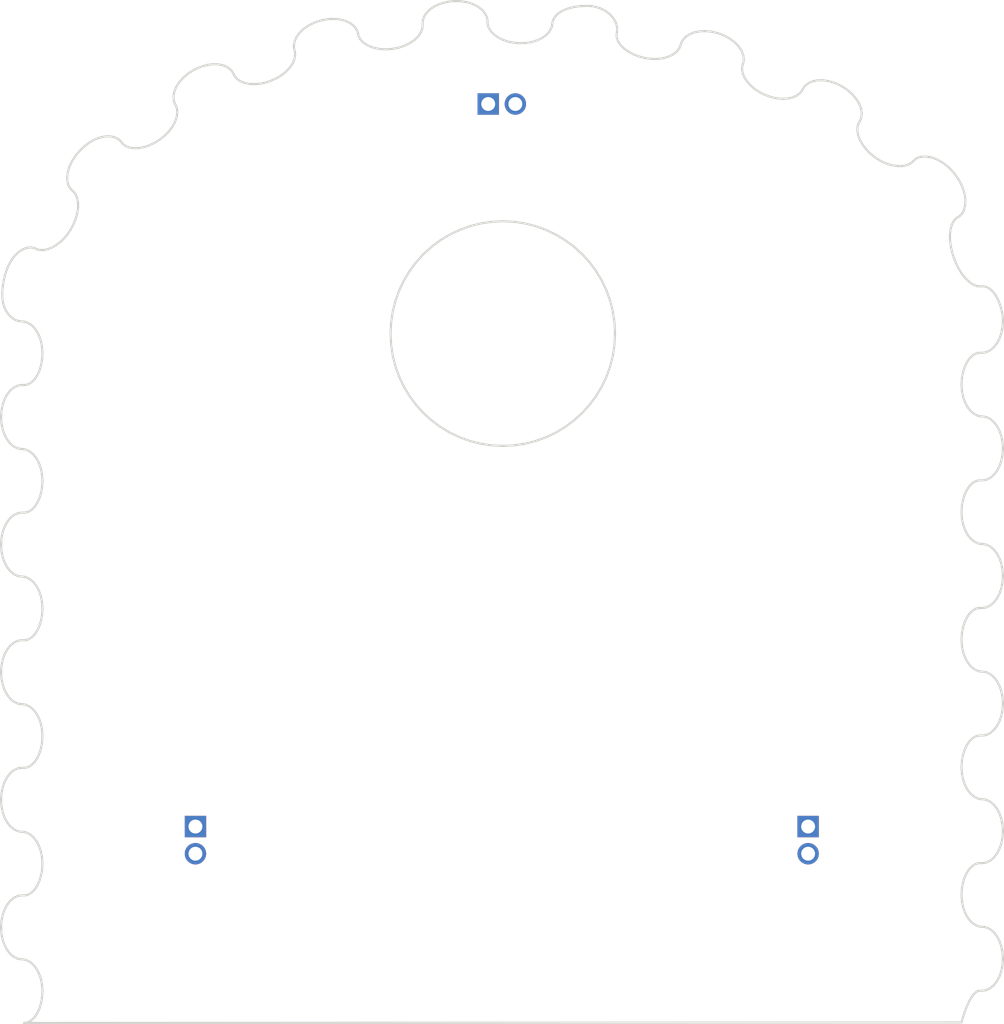
<source format=kicad_pcb>
(kicad_pcb (version 20171130) (host pcbnew "(5.1.5)-3")

  (general
    (thickness 1)
    (drawings 833)
    (tracks 0)
    (zones 0)
    (modules 1)
    (nets 1)
  )

  (page A4)
  (layers
    (0 F.Cu signal)
    (31 B.Cu signal)
    (32 B.Adhes user)
    (33 F.Adhes user)
    (34 B.Paste user)
    (35 F.Paste user)
    (36 B.SilkS user)
    (37 F.SilkS user)
    (38 B.Mask user)
    (39 F.Mask user)
    (40 Dwgs.User user)
    (41 Cmts.User user)
    (42 Eco1.User user)
    (43 Eco2.User user)
    (44 Edge.Cuts user)
    (45 Margin user)
    (46 B.CrtYd user)
    (47 F.CrtYd user)
    (48 B.Fab user)
    (49 F.Fab user)
  )

  (setup
    (last_trace_width 0.25)
    (trace_clearance 0.2)
    (zone_clearance 0.508)
    (zone_45_only no)
    (trace_min 0.2)
    (via_size 0.6)
    (via_drill 0.4)
    (via_min_size 0.4)
    (via_min_drill 0.3)
    (uvia_size 0.3)
    (uvia_drill 0.1)
    (uvias_allowed no)
    (uvia_min_size 0.2)
    (uvia_min_drill 0.1)
    (edge_width 0.15)
    (segment_width 0.2)
    (pcb_text_width 0.3)
    (pcb_text_size 1.5 1.5)
    (mod_edge_width 0.15)
    (mod_text_size 1 1)
    (mod_text_width 0.15)
    (pad_size 1.524 1.524)
    (pad_drill 0.762)
    (pad_to_mask_clearance 0.2)
    (aux_axis_origin 0 0)
    (visible_elements 7FFFFFFF)
    (pcbplotparams
      (layerselection 0x010f0_80000001)
      (usegerberextensions false)
      (usegerberattributes false)
      (usegerberadvancedattributes false)
      (creategerberjobfile false)
      (excludeedgelayer true)
      (linewidth 0.100000)
      (plotframeref false)
      (viasonmask false)
      (mode 1)
      (useauxorigin false)
      (hpglpennumber 1)
      (hpglpenspeed 20)
      (hpglpendiameter 15.000000)
      (psnegative false)
      (psa4output false)
      (plotreference true)
      (plotvalue true)
      (plotinvisibletext false)
      (padsonsilk false)
      (subtractmaskfromsilk false)
      (outputformat 1)
      (mirror false)
      (drillshape 1)
      (scaleselection 1)
      (outputdirectory "gerbers/"))
  )

  (net 0 "")

  (net_class Default "This is the default net class."
    (clearance 0.2)
    (trace_width 0.25)
    (via_dia 0.6)
    (via_drill 0.4)
    (uvia_dia 0.3)
    (uvia_drill 0.1)
  )

  (module Swadge_Parts:blade-plate (layer F.Cu) (tedit 5EB86BCD) (tstamp 5EB8ACFB)
    (at 147.2 98.99)
    (fp_text reference Ref** (at 0 0) (layer F.SilkS) hide
      (effects (font (size 1.27 1.27) (thickness 0.15)))
    )
    (fp_text value Val** (at 0 0) (layer F.SilkS) hide
      (effects (font (size 1.27 1.27) (thickness 0.15)))
    )
    (fp_poly (pts (xy -1.883707 -23.895277) (xy -1.71521 -23.89106) (xy -1.590976 -23.879733) (xy -1.490806 -23.858226)
      (xy -1.394501 -23.823464) (xy -1.281861 -23.772376) (xy -1.269717 -23.766628) (xy -0.99114 -23.60399)
      (xy -0.782657 -23.415539) (xy -0.64873 -23.206692) (xy -0.593822 -22.982868) (xy -0.592667 -22.944667)
      (xy -0.55244 -22.724317) (xy -0.438488 -22.521721) (xy -0.260902 -22.342669) (xy -0.029773 -22.192949)
      (xy 0.244807 -22.07835) (xy 0.552747 -22.004661) (xy 0.883956 -21.977669) (xy 1.079592 -21.985423)
      (xy 1.439138 -22.044327) (xy 1.744617 -22.153463) (xy 1.99065 -22.309049) (xy 2.171855 -22.507302)
      (xy 2.282852 -22.744438) (xy 2.306144 -22.847832) (xy 2.385077 -23.07835) (xy 2.538065 -23.277469)
      (xy 2.759429 -23.442269) (xy 3.043489 -23.569828) (xy 3.384567 -23.657229) (xy 3.776984 -23.701549)
      (xy 3.976286 -23.706667) (xy 4.360972 -23.671237) (xy 4.702993 -23.566281) (xy 4.998065 -23.393799)
      (xy 5.241902 -23.155792) (xy 5.288958 -23.093844) (xy 5.361131 -22.986662) (xy 5.405955 -22.892879)
      (xy 5.431319 -22.784792) (xy 5.44511 -22.634697) (xy 5.450521 -22.52647) (xy 5.46599 -22.293669)
      (xy 5.494015 -22.123184) (xy 5.542944 -21.992769) (xy 5.621126 -21.880179) (xy 5.736911 -21.763167)
      (xy 5.737043 -21.763045) (xy 6.049869 -21.531623) (xy 6.410288 -21.36813) (xy 6.812802 -21.274543)
      (xy 7.160429 -21.251333) (xy 7.415961 -21.261176) (xy 7.619736 -21.293661) (xy 7.763289 -21.337811)
      (xy 7.959367 -21.438987) (xy 8.130967 -21.57856) (xy 8.25778 -21.736823) (xy 8.315789 -21.87399)
      (xy 8.388193 -22.039103) (xy 8.521976 -22.202382) (xy 8.69643 -22.341245) (xy 8.793508 -22.394972)
      (xy 9.005535 -22.464785) (xy 9.269351 -22.505941) (xy 9.556556 -22.516961) (xy 9.838752 -22.496365)
      (xy 10.029615 -22.459388) (xy 10.385577 -22.337807) (xy 10.700171 -22.17389) (xy 10.96529 -21.975384)
      (xy 11.172833 -21.750037) (xy 11.314694 -21.505596) (xy 11.382769 -21.249809) (xy 11.387667 -21.161111)
      (xy 11.378301 -21.012591) (xy 11.354816 -20.8803) (xy 11.344085 -20.845884) (xy 11.324035 -20.742786)
      (xy 11.339393 -20.610045) (xy 11.368526 -20.497267) (xy 11.471981 -20.274546) (xy 11.644612 -20.053851)
      (xy 11.871499 -19.847028) (xy 12.137723 -19.66592) (xy 12.428364 -19.522371) (xy 12.709938 -19.432393)
      (xy 12.8493 -19.410491) (xy 13.030433 -19.395363) (xy 13.186834 -19.390631) (xy 13.427756 -19.404337)
      (xy 13.621338 -19.453029) (xy 13.787052 -19.547778) (xy 13.944368 -19.699658) (xy 14.109741 -19.91543)
      (xy 14.264062 -20.064727) (xy 14.475509 -20.165831) (xy 14.731407 -20.218464) (xy 15.019078 -20.222351)
      (xy 15.325848 -20.177216) (xy 15.639039 -20.082782) (xy 15.917003 -19.954826) (xy 16.237357 -19.747643)
      (xy 16.499057 -19.510877) (xy 16.698149 -19.252659) (xy 16.830678 -18.981123) (xy 16.892689 -18.704399)
      (xy 16.880226 -18.430621) (xy 16.789335 -18.16792) (xy 16.787643 -18.164659) (xy 16.73385 -17.979415)
      (xy 16.735995 -17.754619) (xy 16.792357 -17.512718) (xy 16.848199 -17.375536) (xy 16.927191 -17.246096)
      (xy 17.049888 -17.086436) (xy 17.196201 -16.922003) (xy 17.24757 -16.869714) (xy 17.58502 -16.586143)
      (xy 17.943306 -16.383568) (xy 18.325701 -16.260161) (xy 18.345966 -16.255944) (xy 18.606258 -16.223246)
      (xy 18.825035 -16.246676) (xy 19.028967 -16.332164) (xy 19.193109 -16.444363) (xy 19.414528 -16.586364)
      (xy 19.633591 -16.657916) (xy 19.872727 -16.663318) (xy 20.107215 -16.619444) (xy 20.454239 -16.488764)
      (xy 20.784037 -16.283946) (xy 21.085713 -16.015278) (xy 21.348368 -15.693051) (xy 21.561107 -15.327556)
      (xy 21.623154 -15.187906) (xy 21.681937 -15.024103) (xy 21.716187 -14.866422) (xy 21.731928 -14.680045)
      (xy 21.734982 -14.5415) (xy 21.723912 -14.268229) (xy 21.681279 -14.059658) (xy 21.600749 -13.899667)
      (xy 21.475985 -13.772134) (xy 21.4156 -13.728789) (xy 21.25958 -13.593962) (xy 21.152271 -13.422022)
      (xy 21.088788 -13.200448) (xy 21.064242 -12.916719) (xy 21.063663 -12.827) (xy 21.083632 -12.475738)
      (xy 21.143254 -12.152981) (xy 21.250027 -11.828584) (xy 21.389634 -11.516412) (xy 21.58938 -11.172083)
      (xy 21.811925 -10.905284) (xy 22.055437 -10.7175) (xy 22.318083 -10.610211) (xy 22.542415 -10.583333)
      (xy 22.739235 -10.54219) (xy 22.927675 -10.423457) (xy 23.101597 -10.234183) (xy 23.254866 -9.981416)
      (xy 23.381345 -9.672203) (xy 23.407084 -9.590199) (xy 23.453232 -9.419003) (xy 23.480132 -9.26748)
      (xy 23.49091 -9.104609) (xy 23.488687 -8.899368) (xy 23.48543 -8.812107) (xy 23.456359 -8.471477)
      (xy 23.396129 -8.192722) (xy 23.29829 -7.95674) (xy 23.156391 -7.744424) (xy 23.10389 -7.682062)
      (xy 22.912394 -7.502308) (xy 22.716996 -7.399376) (xy 22.503831 -7.366008) (xy 22.500167 -7.366)
      (xy 22.266799 -7.325551) (xy 22.058406 -7.206253) (xy 21.87858 -7.011178) (xy 21.730912 -6.7434)
      (xy 21.708398 -6.688667) (xy 21.666317 -6.565521) (xy 21.638701 -6.43669) (xy 21.622659 -6.279478)
      (xy 21.615298 -6.071188) (xy 21.614008 -5.947833) (xy 21.61393 -5.729275) (xy 21.6191 -5.572913)
      (xy 21.633311 -5.456288) (xy 21.660355 -5.356943) (xy 21.704025 -5.252419) (xy 21.746261 -5.164667)
      (xy 21.821321 -5.017924) (xy 21.889592 -4.894996) (xy 21.936603 -4.821905) (xy 21.937452 -4.820854)
      (xy 22.051696 -4.714074) (xy 22.199587 -4.618108) (xy 22.349266 -4.550866) (xy 22.455429 -4.529667)
      (xy 22.613545 -4.500484) (xy 22.796205 -4.423978) (xy 22.972394 -4.31671) (xy 23.111093 -4.195242)
      (xy 23.134344 -4.167149) (xy 23.215256 -4.045374) (xy 23.305017 -3.887281) (xy 23.360041 -3.777635)
      (xy 23.406453 -3.672892) (xy 23.438149 -3.578833) (xy 23.457858 -3.475703) (xy 23.468306 -3.343751)
      (xy 23.472219 -3.163223) (xy 23.472461 -2.963333) (xy 23.469965 -2.717052) (xy 23.46225 -2.535149)
      (xy 23.446919 -2.397385) (xy 23.421579 -2.283519) (xy 23.383833 -2.173309) (xy 23.376873 -2.155641)
      (xy 23.235451 -1.882706) (xy 23.054517 -1.66201) (xy 22.844761 -1.502498) (xy 22.616874 -1.413117)
      (xy 22.470103 -1.396842) (xy 22.251466 -1.357674) (xy 22.055157 -1.239215) (xy 21.890001 -1.056678)
      (xy 21.770515 -0.8658) (xy 21.688355 -0.665723) (xy 21.638368 -0.436047) (xy 21.615401 -0.15637)
      (xy 21.612443 0.042333) (xy 21.614483 0.257804) (xy 21.622071 0.412341) (xy 21.639408 0.529668)
      (xy 21.670693 0.633506) (xy 21.720127 0.747578) (xy 21.747354 0.804333) (xy 21.82179 0.95123)
      (xy 21.889654 1.074231) (xy 21.936522 1.147226) (xy 21.937268 1.148146) (xy 22.037977 1.243208)
      (xy 22.171492 1.335245) (xy 22.307804 1.406418) (xy 22.416903 1.438885) (xy 22.427079 1.439333)
      (xy 22.681065 1.480224) (xy 22.913679 1.600314) (xy 23.119898 1.795728) (xy 23.294698 2.062592)
      (xy 23.331404 2.136814) (xy 23.397659 2.28925) (xy 23.440443 2.424062) (xy 23.466256 2.571393)
      (xy 23.481602 2.761384) (xy 23.48619 2.854374) (xy 23.485812 3.232427) (xy 23.446042 3.550629)
      (xy 23.364095 3.825471) (xy 23.298176 3.967667) (xy 23.124254 4.231726) (xy 22.921449 4.42284)
      (xy 22.694677 4.537421) (xy 22.470103 4.572158) (xy 22.251466 4.611326) (xy 22.055157 4.729785)
      (xy 21.890001 4.912322) (xy 21.770499 5.103151) (xy 21.68839 5.302964) (xy 21.638524 5.53219)
      (xy 21.615749 5.811259) (xy 21.612948 6.011333) (xy 21.615654 6.231186) (xy 21.624412 6.390069)
      (xy 21.643009 6.511648) (xy 21.675235 6.619592) (xy 21.724879 6.737566) (xy 21.731564 6.752167)
      (xy 21.881607 7.016786) (xy 22.056301 7.218726) (xy 22.247712 7.35108) (xy 22.447913 7.406936)
      (xy 22.484699 7.408333) (xy 22.659227 7.439922) (xy 22.849287 7.523323) (xy 23.021146 7.641493)
      (xy 23.098604 7.718548) (xy 23.176113 7.827589) (xy 23.266445 7.979807) (xy 23.343009 8.128)
      (xy 23.395947 8.243277) (xy 23.432265 8.340558) (xy 23.455088 8.440065) (xy 23.467539 8.562024)
      (xy 23.472746 8.726659) (xy 23.473831 8.954192) (xy 23.473834 8.974667) (xy 23.472934 9.207818)
      (xy 23.468151 9.37653) (xy 23.456361 9.501027) (xy 23.434438 9.601533) (xy 23.399257 9.698271)
      (xy 23.347694 9.811467) (xy 23.343009 9.821333) (xy 23.174355 10.118455) (xy 22.988033 10.334779)
      (xy 22.78084 10.472931) (xy 22.549575 10.535535) (xy 22.466315 10.54007) (xy 22.245712 10.58225)
      (xy 22.046033 10.703324) (xy 21.87207 10.89907) (xy 21.728611 11.165266) (xy 21.712668 11.20428)
      (xy 21.667641 11.332083) (xy 21.638639 11.45813) (xy 21.622424 11.606747) (xy 21.615759 11.802259)
      (xy 21.614989 11.938) (xy 21.617773 12.16922) (xy 21.628332 12.340546) (xy 21.649975 12.476635)
      (xy 21.686013 12.602141) (xy 21.714434 12.678833) (xy 21.827627 12.901667) (xy 21.975525 13.096743)
      (xy 22.142292 13.247846) (xy 22.31209 13.338758) (xy 22.373945 13.354123) (xy 22.65293 13.412975)
      (xy 22.867711 13.498717) (xy 23.037819 13.625712) (xy 23.182784 13.808322) (xy 23.314827 14.046048)
      (xy 23.473834 14.367775) (xy 23.473834 14.941471) (xy 23.472945 15.175071) (xy 23.46821 15.344157)
      (xy 23.456524 15.468879) (xy 23.434779 15.569386) (xy 23.399872 15.665828) (xy 23.348696 15.778354)
      (xy 23.343009 15.790333) (xy 23.25909 15.951732) (xy 23.169031 16.101724) (xy 23.098604 16.199785)
      (xy 22.913977 16.358302) (xy 22.683515 16.466236) (xy 22.437672 16.50972) (xy 22.417254 16.51)
      (xy 22.300653 16.515482) (xy 22.213453 16.541432) (xy 22.127016 16.602111) (xy 22.013392 16.711083)
      (xy 21.85212 16.899135) (xy 21.737609 17.098991) (xy 21.663907 17.328512) (xy 21.625063 17.605563)
      (xy 21.614989 17.907) (xy 21.617949 18.140596) (xy 21.62889 18.313525) (xy 21.650902 18.449643)
      (xy 21.687077 18.572807) (xy 21.708667 18.630026) (xy 21.841185 18.888933) (xy 22.009218 19.099485)
      (xy 22.201247 19.251449) (xy 22.405756 19.334593) (xy 22.51592 19.347263) (xy 22.671671 19.377693)
      (xy 22.847855 19.45529) (xy 23.009876 19.562875) (xy 23.078702 19.626745) (xy 23.26859 19.886871)
      (xy 23.399353 20.196059) (xy 23.472382 20.559209) (xy 23.489069 20.981219) (xy 23.486287 21.061793)
      (xy 23.474077 21.270525) (xy 23.454519 21.425484) (xy 23.420411 21.557564) (xy 23.36455 21.69766)
      (xy 23.311674 21.810752) (xy 23.147115 22.091507) (xy 22.959268 22.293355) (xy 22.743017 22.420085)
      (xy 22.493246 22.475483) (xy 22.409302 22.478764) (xy 22.269165 22.518044) (xy 22.130707 22.636295)
      (xy 21.993008 22.834886) (xy 21.855144 23.115185) (xy 21.716195 23.47856) (xy 21.696202 23.537333)
      (xy 21.561235 23.9395) (xy -0.416549 23.950124) (xy -2.058666 23.950899) (xy -3.6182 23.951593)
      (xy -5.097236 23.9522) (xy -6.497857 23.952717) (xy -7.822148 23.953137) (xy -9.072192 23.953456)
      (xy -10.250074 23.953668) (xy -11.357877 23.953769) (xy -12.397686 23.953754) (xy -13.371585 23.953617)
      (xy -14.281657 23.953354) (xy -15.129988 23.95296) (xy -15.91866 23.952429) (xy -16.649758 23.951757)
      (xy -17.325366 23.950938) (xy -17.947567 23.949968) (xy -18.518447 23.948841) (xy -19.040089 23.947553)
      (xy -19.514576 23.946098) (xy -19.943994 23.944472) (xy -20.330426 23.942669) (xy -20.675956 23.940684)
      (xy -20.982668 23.938513) (xy -21.252647 23.936151) (xy -21.487975 23.933591) (xy -21.690738 23.93083)
      (xy -21.863019 23.927863) (xy -22.006903 23.924683) (xy -22.124473 23.921287) (xy -22.217813 23.917669)
      (xy -22.289008 23.913825) (xy -22.340142 23.909748) (xy -22.373298 23.905435) (xy -22.39056 23.90088)
      (xy -22.394333 23.897207) (xy -22.358324 23.84567) (xy -22.301359 23.833667) (xy -22.15236 23.793799)
      (xy -22.001778 23.682636) (xy -21.858986 23.512839) (xy -21.733354 23.297067) (xy -21.634255 23.04798)
      (xy -21.587479 22.869291) (xy -21.557485 22.614505) (xy -21.559332 22.323922) (xy -21.590486 22.033208)
      (xy -21.648411 21.778034) (xy -21.669389 21.717) (xy -21.795543 21.4635) (xy -21.959595 21.254346)
      (xy -22.149118 21.100586) (xy -22.351686 21.013263) (xy -22.479 20.997333) (xy -22.676409 20.957684)
      (xy -22.875452 20.846737) (xy -23.0626 20.676489) (xy -23.224321 20.458939) (xy -23.334539 20.238692)
      (xy -23.374376 20.127269) (xy -23.401445 20.01526) (xy -23.418139 19.882424) (xy -23.426856 19.70852)
      (xy -23.42999 19.473307) (xy -23.430128 19.431) (xy -23.430027 19.325167) (xy -23.314153 19.325167)
      (xy -23.308775 19.665006) (xy -23.251413 19.982323) (xy -23.147911 20.266448) (xy -23.004109 20.506715)
      (xy -22.825848 20.692455) (xy -22.618971 20.813) (xy -22.479 20.850304) (xy -22.227776 20.906275)
      (xy -22.030752 20.994855) (xy -21.870302 21.118548) (xy -21.694267 21.33579) (xy -21.55572 21.613628)
      (xy -21.459546 21.934522) (xy -21.410632 22.280928) (xy -21.413864 22.635306) (xy -21.423376 22.722969)
      (xy -21.476165 23.031491) (xy -21.551668 23.283589) (xy -21.660112 23.506581) (xy -21.787652 23.696083)
      (xy -21.890642 23.833667) (xy 21.449119 23.833667) (xy 21.521943 23.571734) (xy 21.613692 23.291738)
      (xy 21.726023 23.02766) (xy 21.851453 22.79129) (xy 21.982503 22.594416) (xy 22.111692 22.448831)
      (xy 22.231539 22.366323) (xy 22.295847 22.352) (xy 22.57116 22.313436) (xy 22.810977 22.199031)
      (xy 23.013272 22.010711) (xy 23.176018 21.750406) (xy 23.297191 21.420042) (xy 23.304702 21.391897)
      (xy 23.364362 20.998648) (xy 23.342228 20.603989) (xy 23.239858 20.221368) (xy 23.144674 20.010908)
      (xy 23.022946 19.809708) (xy 22.891273 19.665137) (xy 22.730236 19.564399) (xy 22.520416 19.494699)
      (xy 22.295283 19.45125) (xy 22.123587 19.386977) (xy 21.947808 19.256096) (xy 21.784208 19.074183)
      (xy 21.649051 18.856818) (xy 21.627321 18.811465) (xy 21.522533 18.510341) (xy 21.465059 18.183701)
      (xy 21.452509 17.846213) (xy 21.482495 17.512548) (xy 21.552626 17.197374) (xy 21.660513 16.915361)
      (xy 21.803765 16.681179) (xy 21.979992 16.509496) (xy 22.00509 16.492603) (xy 22.1769 16.415457)
      (xy 22.391443 16.367881) (xy 22.4155 16.365035) (xy 22.685298 16.302054) (xy 22.901377 16.175204)
      (xy 23.069355 15.981014) (xy 23.089127 15.948644) (xy 23.252389 15.592372) (xy 23.342899 15.214315)
      (xy 23.360277 14.829288) (xy 23.304142 14.452104) (xy 23.174117 14.097575) (xy 23.138294 14.029028)
      (xy 22.970718 13.788848) (xy 22.771623 13.624118) (xy 22.532926 13.528927) (xy 22.427471 13.509392)
      (xy 22.177322 13.446378) (xy 21.970568 13.3263) (xy 21.796822 13.140523) (xy 21.645699 12.880413)
      (xy 21.629644 12.846091) (xy 21.505986 12.480192) (xy 21.450519 12.084809) (xy 21.4622 11.679199)
      (xy 21.53999 11.282619) (xy 21.682848 10.914324) (xy 21.739697 10.809737) (xy 21.882199 10.618954)
      (xy 22.055114 10.494562) (xy 22.277098 10.425022) (xy 22.386472 10.409703) (xy 22.645505 10.353842)
      (xy 22.855977 10.239541) (xy 23.031563 10.057332) (xy 23.138294 9.889305) (xy 23.269908 9.579823)
      (xy 23.34284 9.247009) (xy 23.359255 8.905759) (xy 23.321318 8.570964) (xy 23.231193 8.25752)
      (xy 23.091046 7.980319) (xy 22.903042 7.754255) (xy 22.817668 7.6835) (xy 22.687326 7.615331)
      (xy 22.522255 7.565091) (xy 22.464926 7.555029) (xy 22.242654 7.508099) (xy 22.066635 7.42524)
      (xy 21.900436 7.288725) (xy 21.883781 7.272268) (xy 21.709869 7.046367) (xy 21.580826 6.771366)
      (xy 21.495989 6.461615) (xy 21.454699 6.131466) (xy 21.456293 5.795272) (xy 21.50011 5.467383)
      (xy 21.58549 5.162151) (xy 21.711771 4.893928) (xy 21.878292 4.677065) (xy 22.008271 4.57013)
      (xy 22.202208 4.471872) (xy 22.369841 4.44407) (xy 22.602857 4.411991) (xy 22.80576 4.314791)
      (xy 22.985284 4.146986) (xy 23.148163 3.90309) (xy 23.228358 3.744714) (xy 23.282913 3.618863)
      (xy 23.317597 3.506605) (xy 23.336812 3.381978) (xy 23.344958 3.21902) (xy 23.34646 3.048)
      (xy 23.319914 2.647318) (xy 23.240536 2.306291) (xy 23.109801 2.027287) (xy 22.929184 1.812671)
      (xy 22.700158 1.66481) (xy 22.436667 1.587948) (xy 22.273878 1.545574) (xy 22.10851 1.477695)
      (xy 22.073862 1.459111) (xy 21.871023 1.295941) (xy 21.706307 1.070427) (xy 21.58099 0.796453)
      (xy 21.49635 0.487902) (xy 21.453662 0.158659) (xy 21.454203 -0.177392) (xy 21.49925 -0.506368)
      (xy 21.590078 -0.814384) (xy 21.727965 -1.087556) (xy 21.827421 -1.221553) (xy 22.001852 -1.392704)
      (xy 22.175563 -1.490591) (xy 22.365845 -1.524679) (xy 22.381648 -1.52493) (xy 22.576969 -1.556773)
      (xy 22.77738 -1.638638) (xy 22.943064 -1.753142) (xy 22.97274 -1.782999) (xy 23.143775 -2.025249)
      (xy 23.264702 -2.309713) (xy 23.336493 -2.6218) (xy 23.360118 -2.946918) (xy 23.336551 -3.270474)
      (xy 23.266763 -3.577878) (xy 23.151725 -3.854536) (xy 22.992411 -4.085859) (xy 22.808733 -4.245339)
      (xy 22.663523 -4.316068) (xy 22.493602 -4.367603) (xy 22.439834 -4.377084) (xy 22.226429 -4.436346)
      (xy 22.027163 -4.541278) (xy 21.829713 -4.721544) (xy 21.67226 -4.962532) (xy 21.555895 -5.249763)
      (xy 21.48171 -5.568762) (xy 21.450795 -5.905049) (xy 21.464243 -6.244149) (xy 21.523146 -6.571582)
      (xy 21.628593 -6.872873) (xy 21.781678 -7.133544) (xy 21.827421 -7.190553) (xy 22.000333 -7.360597)
      (xy 22.172311 -7.458001) (xy 22.361555 -7.492601) (xy 22.387061 -7.493) (xy 22.629308 -7.53297)
      (xy 22.846624 -7.647806) (xy 23.033206 -7.829894) (xy 23.18325 -8.071621) (xy 23.290951 -8.365375)
      (xy 23.350507 -8.703542) (xy 23.355298 -8.763) (xy 23.348622 -9.119779) (xy 23.285047 -9.470756)
      (xy 23.170902 -9.797316) (xy 23.012515 -10.080839) (xy 22.838851 -10.282465) (xy 22.722629 -10.38212)
      (xy 22.629515 -10.434356) (xy 22.525235 -10.454006) (xy 22.437151 -10.456334) (xy 22.171621 -10.498041)
      (xy 21.916892 -10.621329) (xy 21.676247 -10.823446) (xy 21.452972 -11.101639) (xy 21.252437 -11.44894)
      (xy 21.069963 -11.88078) (xy 20.960355 -12.300316) (xy 20.918818 -12.72896) (xy 20.920969 -12.928419)
      (xy 20.945719 -13.222418) (xy 20.996889 -13.449037) (xy 21.080566 -13.623085) (xy 21.202837 -13.759372)
      (xy 21.288955 -13.82374) (xy 21.453587 -13.979376) (xy 21.55698 -14.179822) (xy 21.602657 -14.415346)
      (xy 21.594137 -14.676218) (xy 21.534942 -14.952706) (xy 21.428592 -15.235079) (xy 21.27861 -15.513606)
      (xy 21.088514 -15.778556) (xy 20.861828 -16.020198) (xy 20.602071 -16.2288) (xy 20.368543 -16.367526)
      (xy 20.168349 -16.450557) (xy 19.959898 -16.49309) (xy 19.832439 -16.503258) (xy 19.67454 -16.509064)
      (xy 19.569446 -16.500172) (xy 19.48543 -16.466639) (xy 19.390764 -16.398522) (xy 19.324204 -16.343989)
      (xy 19.119031 -16.199878) (xy 18.915221 -16.118964) (xy 18.67819 -16.088929) (xy 18.6055 -16.087938)
      (xy 18.218246 -16.129801) (xy 17.84863 -16.252947) (xy 17.49486 -16.458197) (xy 17.155141 -16.746376)
      (xy 17.1415 -16.75996) (xy 16.897663 -17.030181) (xy 16.727031 -17.282821) (xy 16.623436 -17.529764)
      (xy 16.580705 -17.782889) (xy 16.578836 -17.8435) (xy 16.594327 -18.056437) (xy 16.650734 -18.234998)
      (xy 16.675183 -18.284882) (xy 16.753182 -18.518711) (xy 16.747119 -18.761969) (xy 16.656979 -19.014705)
      (xy 16.482745 -19.276971) (xy 16.321447 -19.455544) (xy 16.067649 -19.671293) (xy 15.778776 -19.850789)
      (xy 15.4733 -19.986577) (xy 15.169692 -20.0712) (xy 14.886425 -20.097203) (xy 14.759297 -20.08607)
      (xy 14.533812 -20.01865) (xy 14.330463 -19.900749) (xy 14.175572 -19.749079) (xy 14.137976 -19.691636)
      (xy 13.984892 -19.500961) (xy 13.7771 -19.362366) (xy 13.525775 -19.274751) (xy 13.242093 -19.237016)
      (xy 12.937228 -19.248062) (xy 12.622354 -19.306789) (xy 12.308646 -19.412097) (xy 12.007279 -19.562886)
      (xy 11.729427 -19.758058) (xy 11.528841 -19.948403) (xy 11.409328 -20.083803) (xy 11.322083 -20.201724)
      (xy 11.262871 -20.318825) (xy 11.227457 -20.45177) (xy 11.211606 -20.617218) (xy 11.211081 -20.831831)
      (xy 11.221647 -21.112272) (xy 11.223403 -21.149943) (xy 11.193225 -21.387236) (xy 11.083747 -21.616635)
      (xy 10.900327 -21.831738) (xy 10.648318 -22.026142) (xy 10.360931 -22.181014) (xy 9.977633 -22.319033)
      (xy 9.607588 -22.381415) (xy 9.257834 -22.367853) (xy 8.93541 -22.27804) (xy 8.86491 -22.246101)
      (xy 8.662958 -22.121301) (xy 8.525072 -21.967194) (xy 8.43089 -21.760821) (xy 8.428785 -21.754381)
      (xy 8.319675 -21.549723) (xy 8.142467 -21.377772) (xy 7.908748 -21.242611) (xy 7.630103 -21.148325)
      (xy 7.318116 -21.099) (xy 6.984373 -21.098719) (xy 6.688667 -21.140844) (xy 6.344309 -21.240077)
      (xy 6.022883 -21.383248) (xy 5.7463 -21.559131) (xy 5.577118 -21.710385) (xy 5.421132 -21.90902)
      (xy 5.336958 -22.104184) (xy 5.316119 -22.319271) (xy 5.323077 -22.411399) (xy 5.311198 -22.663176)
      (xy 5.223924 -22.900838) (xy 5.070352 -23.115741) (xy 4.859576 -23.299243) (xy 4.600693 -23.442701)
      (xy 4.302797 -23.537471) (xy 4.106334 -23.567631) (xy 3.858963 -23.57009) (xy 3.572389 -23.540603)
      (xy 3.28339 -23.484568) (xy 3.037907 -23.410841) (xy 2.856564 -23.320915) (xy 2.689275 -23.199159)
      (xy 2.556622 -23.063867) (xy 2.47919 -22.933335) (xy 2.471719 -22.907568) (xy 2.423195 -22.703518)
      (xy 2.378519 -22.559639) (xy 2.32653 -22.452775) (xy 2.256066 -22.359772) (xy 2.160443 -22.261807)
      (xy 1.962273 -22.099766) (xy 1.742269 -21.98354) (xy 1.483121 -21.906971) (xy 1.167522 -21.863901)
      (xy 1.015471 -21.854389) (xy 0.630937 -21.856238) (xy 0.302503 -21.902724) (xy 0.012133 -21.997591)
      (xy -0.196993 -22.106044) (xy -0.387036 -22.246497) (xy -0.545174 -22.412072) (xy -0.654674 -22.582573)
      (xy -0.695887 -22.708129) (xy -0.716539 -22.842326) (xy -0.739887 -22.99134) (xy -0.741479 -23.001384)
      (xy -0.807799 -23.176844) (xy -0.943237 -23.352649) (xy -1.133591 -23.514107) (xy -1.364659 -23.646523)
      (xy -1.365357 -23.646843) (xy -1.496902 -23.702961) (xy -1.61258 -23.738669) (xy -1.738933 -23.758542)
      (xy -1.902505 -23.767151) (xy -2.074333 -23.768993) (xy -2.480833 -23.743209) (xy -2.830967 -23.665014)
      (xy -3.121413 -23.536576) (xy -3.34885 -23.360066) (xy -3.509958 -23.137653) (xy -3.601415 -22.871506)
      (xy -3.617047 -22.761193) (xy -3.661206 -22.508098) (xy -3.750559 -22.30344) (xy -3.900239 -22.116505)
      (xy -3.966 -22.052966) (xy -4.246434 -21.847859) (xy -4.582727 -21.691448) (xy -4.957601 -21.58977)
      (xy -5.353781 -21.548862) (xy -5.410167 -21.548328) (xy -5.775745 -21.576222) (xy -6.097859 -21.655275)
      (xy -6.369123 -21.781232) (xy -6.582147 -21.94984) (xy -6.729546 -22.156843) (xy -6.794939 -22.345727)
      (xy -6.844341 -22.463364) (xy -6.935769 -22.594459) (xy -6.983274 -22.646608) (xy -7.19333 -22.799619)
      (xy -7.453277 -22.899017) (xy -7.748712 -22.946278) (xy -8.065232 -22.942877) (xy -8.388434 -22.890288)
      (xy -8.703914 -22.789987) (xy -8.997269 -22.643448) (xy -9.254095 -22.452147) (xy -9.298972 -22.409475)
      (xy -9.466041 -22.22094) (xy -9.565933 -22.045679) (xy -9.608679 -21.862219) (xy -9.611146 -21.741172)
      (xy -9.603613 -21.496359) (xy -9.60532 -21.316151) (xy -9.618892 -21.180745) (xy -9.646957 -21.070337)
      (xy -9.692142 -20.965124) (xy -9.721511 -20.90913) (xy -9.913266 -20.640139) (xy -10.170482 -20.403444)
      (xy -10.47778 -20.206178) (xy -10.81978 -20.055475) (xy -11.181101 -19.958469) (xy -11.546364 -19.922294)
      (xy -11.812557 -19.93922) (xy -12.108849 -20.006704) (xy -12.335436 -20.116836) (xy -12.49723 -20.272253)
      (xy -12.532427 -20.325655) (xy -12.690873 -20.548273) (xy -12.868279 -20.699709) (xy -13.08126 -20.789095)
      (xy -13.346434 -20.82556) (xy -13.445745 -20.827542) (xy -13.751227 -20.797259) (xy -14.049339 -20.713058)
      (xy -14.331981 -20.583222) (xy -14.591051 -20.416033) (xy -14.81845 -20.219773) (xy -15.006078 -20.002724)
      (xy -15.145835 -19.773169) (xy -15.22962 -19.539391) (xy -15.249334 -19.30967) (xy -15.196875 -19.09229)
      (xy -15.179166 -19.055156) (xy -15.114412 -18.845614) (xy -15.108923 -18.597272) (xy -15.161425 -18.33052)
      (xy -15.236794 -18.133404) (xy -15.416757 -17.837269) (xy -15.66091 -17.564665) (xy -15.952437 -17.327282)
      (xy -16.27452 -17.136805) (xy -16.610343 -17.004923) (xy -16.943089 -16.943325) (xy -16.949796 -16.942877)
      (xy -17.194125 -16.934131) (xy -17.379011 -16.948563) (xy -17.528062 -16.992903) (xy -17.664889 -17.07388)
      (xy -17.798274 -17.184714) (xy -17.936162 -17.296791) (xy -18.075666 -17.389687) (xy -18.180342 -17.440731)
      (xy -18.411815 -17.474667) (xy -18.664804 -17.43888) (xy -18.928991 -17.342104) (xy -19.194059 -17.193069)
      (xy -19.449693 -17.00051) (xy -19.685574 -16.773158) (xy -19.891386 -16.519745) (xy -20.056812 -16.249004)
      (xy -20.171536 -15.969667) (xy -20.223548 -15.711322) (xy -20.224626 -15.516465) (xy -20.182965 -15.343341)
      (xy -20.089451 -15.166996) (xy -19.962046 -14.995514) (xy -19.868023 -14.859809) (xy -19.794067 -14.718521)
      (xy -19.771597 -14.656848) (xy -19.730433 -14.364306) (xy -19.754203 -14.040577) (xy -19.837464 -13.701543)
      (xy -19.974774 -13.363089) (xy -20.16069 -13.041096) (xy -20.38977 -12.751448) (xy -20.443705 -12.695362)
      (xy -20.734763 -12.441925) (xy -21.021716 -12.268479) (xy -21.301976 -12.175981) (xy -21.572954 -12.16539)
      (xy -21.759333 -12.208481) (xy -21.947138 -12.261905) (xy -22.099434 -12.268467) (xy -22.252038 -12.226928)
      (xy -22.338157 -12.188455) (xy -22.567251 -12.033214) (xy -22.772266 -11.806943) (xy -22.947989 -11.521148)
      (xy -23.089203 -11.187337) (xy -23.190693 -10.817017) (xy -23.247245 -10.421696) (xy -23.257444 -10.16)
      (xy -23.228159 -9.801959) (xy -23.142635 -9.505063) (xy -23.001712 -9.270487) (xy -22.806228 -9.099409)
      (xy -22.557022 -8.993005) (xy -22.404599 -8.963383) (xy -22.145505 -8.889699) (xy -21.917708 -8.74449)
      (xy -21.725768 -8.53656) (xy -21.574242 -8.274717) (xy -21.467688 -7.967768) (xy -21.410666 -7.624519)
      (xy -21.407734 -7.253777) (xy -21.426247 -7.073193) (xy -21.501613 -6.709857) (xy -21.6177 -6.402741)
      (xy -21.770419 -6.157162) (xy -21.955683 -5.978434) (xy -22.169404 -5.871872) (xy -22.373167 -5.842)
      (xy -22.600926 -5.801009) (xy -22.812686 -5.682665) (xy -23.000366 -5.493908) (xy -23.155888 -5.24168)
      (xy -23.206839 -5.125693) (xy -23.251597 -4.995718) (xy -23.279847 -4.862487) (xy -23.29493 -4.700925)
      (xy -23.300186 -4.485961) (xy -23.300356 -4.423833) (xy -23.284196 -4.079127) (xy -23.232113 -3.796322)
      (xy -23.138705 -3.558345) (xy -22.998568 -3.348122) (xy -22.937888 -3.278383) (xy -22.796664 -3.144141)
      (xy -22.654082 -3.058957) (xy -22.478169 -3.007037) (xy -22.344911 -2.985494) (xy -22.103345 -2.912368)
      (xy -21.890039 -2.766171) (xy -21.709951 -2.555224) (xy -21.568038 -2.287854) (xy -21.469256 -1.972384)
      (xy -21.418562 -1.617138) (xy -21.412844 -1.420298) (xy -21.444948 -0.995667) (xy -21.533429 -0.629859)
      (xy -21.677543 -0.324846) (xy -21.876547 -0.0826) (xy -21.936506 -0.030689) (xy -22.061868 0.051627)
      (xy -22.204978 0.100068) (xy -22.35984 0.123725) (xy -22.553982 0.151855) (xy -22.694323 0.196694)
      (xy -22.811718 0.273401) (xy -22.937017 0.397136) (xy -22.953787 0.415574) (xy -23.106631 0.620293)
      (xy -23.211834 0.850561) (xy -23.274416 1.122739) (xy -23.299398 1.453186) (xy -23.300356 1.545167)
      (xy -23.297158 1.773964) (xy -23.285206 1.943958) (xy -23.260968 2.080853) (xy -23.220909 2.210352)
      (xy -23.202121 2.259637) (xy -23.090049 2.479901) (xy -22.944163 2.67447) (xy -22.780282 2.827018)
      (xy -22.614226 2.921222) (xy -22.5425 2.940309) (xy -22.311807 2.983663) (xy -22.140563 3.03733)
      (xy -22.003559 3.112703) (xy -21.875583 3.221174) (xy -21.838474 3.258473) (xy -21.652236 3.507971)
      (xy -21.515456 3.814669) (xy -21.431816 4.164542) (xy -21.405 4.543565) (xy -21.424152 4.836583)
      (xy -21.495531 5.203021) (xy -21.610037 5.513788) (xy -21.76361 5.763673) (xy -21.952187 5.947462)
      (xy -22.171707 6.059942) (xy -22.40534 6.096) (xy -22.631384 6.136906) (xy -22.836093 6.25828)
      (xy -23.017232 6.458106) (xy -23.172566 6.734368) (xy -23.20975 6.821697) (xy -23.269192 7.038841)
      (xy -23.30148 7.30708) (xy -23.306696 7.597346) (xy -23.284925 7.880568) (xy -23.236248 8.127675)
      (xy -23.205766 8.218893) (xy -23.065807 8.498153) (xy -22.890701 8.705064) (xy -22.669735 8.848343)
      (xy -22.392192 8.936709) (xy -22.303814 8.952652) (xy -22.076281 9.029529) (xy -21.873095 9.179463)
      (xy -21.6999 9.392935) (xy -21.56234 9.660425) (xy -21.466058 9.972417) (xy -21.4167 10.31939)
      (xy -21.411429 10.457643) (xy -21.432646 10.850458) (xy -21.502073 11.199141) (xy -21.615834 11.497504)
      (xy -21.770052 11.739356) (xy -21.960851 11.918509) (xy -22.184353 12.028775) (xy -22.417609 12.06407)
      (xy -22.631944 12.105691) (xy -22.828432 12.222051) (xy -23.000614 12.403988) (xy -23.142028 12.642345)
      (xy -23.246214 12.92796) (xy -23.30671 13.251674) (xy -23.314079 13.335) (xy -23.308558 13.696756)
      (xy -23.244625 14.040685) (xy -23.127444 14.34921) (xy -22.96218 14.604754) (xy -22.930406 14.64087)
      (xy -22.788426 14.757607) (xy -22.614264 14.849091) (xy -22.444185 14.897702) (xy -22.394333 14.901333)
      (xy -22.178881 14.942008) (xy -21.976232 15.05778) (xy -21.793524 15.239269) (xy -21.637895 15.477094)
      (xy -21.516481 15.761876) (xy -21.436422 16.084235) (xy -21.422583 16.178393) (xy -21.406993 16.509922)
      (xy -21.437965 16.84643) (xy -21.510461 17.169616) (xy -21.619445 17.461181) (xy -21.759879 17.702826)
      (xy -21.879143 17.836993) (xy -22.019873 17.926486) (xy -22.205735 17.995611) (xy -22.39745 18.030605)
      (xy -22.436666 18.032359) (xy -22.645638 18.07581) (xy -22.837341 18.193956) (xy -23.005494 18.377543)
      (xy -23.143814 18.617314) (xy -23.24602 18.904014) (xy -23.305829 19.228388) (xy -23.314153 19.325167)
      (xy -23.430027 19.325167) (xy -23.429905 19.198929) (xy -23.425762 19.03105) (xy -23.414441 18.906894)
      (xy -23.392684 18.805988) (xy -23.357231 18.707862) (xy -23.304824 18.592044) (xy -23.292397 18.565749)
      (xy -23.121096 18.274258) (xy -22.919885 18.061437) (xy -22.687316 17.926218) (xy -22.421942 17.867531)
      (xy -22.342765 17.864667) (xy -22.159447 17.824809) (xy -21.993424 17.712937) (xy -21.848371 17.540599)
      (xy -21.727965 17.319345) (xy -21.635881 17.060723) (xy -21.575795 16.776282) (xy -21.551382 16.477573)
      (xy -21.56632 16.176144) (xy -21.624283 15.883545) (xy -21.669084 15.748) (xy -21.798126 15.490759)
      (xy -21.966396 15.280452) (xy -22.161784 15.127666) (xy -22.372182 15.042985) (xy -22.49127 15.029263)
      (xy -22.681701 14.988535) (xy -22.876001 14.877647) (xy -23.060178 14.709199) (xy -23.220244 14.495794)
      (xy -23.334539 14.269692) (xy -23.374255 14.158866) (xy -23.401167 14.048076) (xy -23.417634 13.917103)
      (xy -23.426011 13.745729) (xy -23.428656 13.513738) (xy -23.428705 13.462) (xy -23.427121 13.221165)
      (xy -23.420841 13.045708) (xy -23.407496 12.916375) (xy -23.384721 12.813909) (xy -23.350149 12.719056)
      (xy -23.332442 12.678833) (xy -23.173372 12.383255) (xy -22.996375 12.164679) (xy -22.792953 12.01597)
      (xy -22.554612 11.92999) (xy -22.414511 11.90775) (xy -22.181629 11.857393) (xy -21.999847 11.752589)
      (xy -21.85047 11.580787) (xy -21.797185 11.493313) (xy -21.659205 11.178074) (xy -21.577647 10.836498)
      (xy -21.551409 10.484809) (xy -21.579389 10.139232) (xy -21.660485 9.815992) (xy -21.793595 9.531312)
      (xy -21.943784 9.334902) (xy -22.067663 9.223027) (xy -22.201681 9.143735) (xy -22.369755 9.08656)
      (xy -22.595803 9.041037) (xy -22.626874 9.036032) (xy -22.786864 8.974738) (xy -22.95583 8.849508)
      (xy -23.117294 8.677155) (xy -23.254781 8.474493) (xy -23.329974 8.3185) (xy -23.372038 8.203279)
      (xy -23.400532 8.09396) (xy -23.417945 7.969891) (xy -23.426765 7.81042) (xy -23.429478 7.594898)
      (xy -23.429423 7.493) (xy -23.427197 7.251481) (xy -23.420344 7.075317) (xy -23.40647 6.945228)
      (xy -23.383178 6.841932) (xy -23.348072 6.746147) (xy -23.3321 6.709833) (xy -23.17732 6.419318)
      (xy -23.006452 6.204817) (xy -22.809483 6.057896) (xy -22.576401 5.970121) (xy -22.421982 5.943136)
      (xy -22.191023 5.892601) (xy -22.011522 5.793757) (xy -21.864246 5.632977) (xy -21.774252 5.48425)
      (xy -21.636895 5.147668) (xy -21.562593 4.784274) (xy -21.550998 4.412581) (xy -21.601761 4.051101)
      (xy -21.714534 3.718346) (xy -21.810776 3.541803) (xy -21.994492 3.320124) (xy -22.212963 3.17503)
      (xy -22.459239 3.105999) (xy -22.655638 3.067534) (xy -22.810377 3.000493) (xy -22.955033 2.887843)
      (xy -23.057564 2.78323) (xy -23.217131 2.573653) (xy -23.330527 2.334562) (xy -23.403089 2.050168)
      (xy -23.440152 1.70468) (xy -23.44317 1.642073) (xy -23.449132 1.411099) (xy -23.443032 1.235174)
      (xy -23.422158 1.085194) (xy -23.383798 0.932061) (xy -23.373934 0.898974) (xy -23.244738 0.569778)
      (xy -23.078715 0.315547) (xy -22.873346 0.133841) (xy -22.626115 0.022223) (xy -22.430174 -0.015166)
      (xy -22.18901 -0.068092) (xy -21.997675 -0.177225) (xy -21.841708 -0.353045) (xy -21.753895 -0.505158)
      (xy -21.623403 -0.848596) (xy -21.557172 -1.218177) (xy -21.554704 -1.594822) (xy -21.615498 -1.959447)
      (xy -21.739056 -2.292971) (xy -21.803752 -2.409853) (xy -21.934857 -2.592397) (xy -22.077773 -2.71695)
      (xy -22.2581 -2.800927) (xy -22.453996 -2.852178) (xy -22.736655 -2.941052) (xy -22.965581 -3.082023)
      (xy -23.148508 -3.282882) (xy -23.293172 -3.55142) (xy -23.374447 -3.77933) (xy -23.416369 -3.936079)
      (xy -23.440316 -4.084554) (xy -23.448979 -4.253784) (xy -23.445048 -4.472797) (xy -23.44317 -4.52074)
      (xy -23.41134 -4.877578) (xy -23.344874 -5.170772) (xy -23.238435 -5.416111) (xy -23.086687 -5.629386)
      (xy -23.057564 -5.661897) (xy -22.888289 -5.824246) (xy -22.732651 -5.921164) (xy -22.568917 -5.964144)
      (xy -22.476917 -5.969) (xy -22.234655 -6.008183) (xy -22.023586 -6.122427) (xy -21.84723 -6.306777)
      (xy -21.709106 -6.55628) (xy -21.612734 -6.865979) (xy -21.561634 -7.23092) (xy -21.559737 -7.260167)
      (xy -21.563725 -7.647926) (xy -21.627685 -7.986208) (xy -21.754665 -8.28821) (xy -21.823156 -8.40086)
      (xy -21.979727 -8.588452) (xy -22.172305 -8.722984) (xy -22.418641 -8.815122) (xy -22.568819 -8.848872)
      (xy -22.825789 -8.93872) (xy -23.044316 -9.103674) (xy -23.223396 -9.342901) (xy -23.27017 -9.43084)
      (xy -23.3202 -9.538167) (xy -23.353707 -9.632441) (xy -23.37385 -9.734654) (xy -23.383789 -9.865801)
      (xy -23.386683 -10.046874) (xy -23.386276 -10.202333) (xy -23.353183 -10.715986) (xy -23.259956 -11.171373)
      (xy -23.106786 -11.56791) (xy -22.893862 -11.905012) (xy -22.795925 -12.018902) (xy -22.553358 -12.231139)
      (xy -22.300872 -12.359429) (xy -22.037728 -12.403994) (xy -21.763189 -12.365052) (xy -21.702442 -12.345737)
      (xy -21.47743 -12.310289) (xy -21.238915 -12.348642) (xy -20.995493 -12.452868) (xy -20.755762 -12.615036)
      (xy -20.528317 -12.827217) (xy -20.321754 -13.081481) (xy -20.144672 -13.369899) (xy -20.005666 -13.68454)
      (xy -19.91863 -13.991167) (xy -19.879714 -14.311512) (xy -19.907208 -14.580146) (xy -20.001333 -14.798156)
      (xy -20.108504 -14.9226) (xy -20.24264 -15.079579) (xy -20.323329 -15.267439) (xy -20.355909 -15.502841)
      (xy -20.353861 -15.688365) (xy -20.335532 -15.90076) (xy -20.300073 -16.068649) (xy -20.237741 -16.231865)
      (xy -20.203046 -16.304875) (xy -20.004242 -16.636457) (xy -19.756708 -16.934954) (xy -19.473324 -17.190405)
      (xy -19.166971 -17.392848) (xy -18.850528 -17.532319) (xy -18.536876 -17.598858) (xy -18.529231 -17.599497)
      (xy -18.25889 -17.598756) (xy -18.037051 -17.543519) (xy -17.842224 -17.426932) (xy -17.758833 -17.353773)
      (xy -17.538751 -17.182206) (xy -17.309 -17.086995) (xy -17.05636 -17.065269) (xy -16.767612 -17.114156)
      (xy -16.718767 -17.127871) (xy -16.362096 -17.267796) (xy -16.029763 -17.465537) (xy -15.737524 -17.70843)
      (xy -15.501139 -17.983811) (xy -15.363914 -18.216712) (xy -15.273824 -18.4504) (xy -15.245678 -18.65781)
      (xy -15.278164 -18.868937) (xy -15.328901 -19.016683) (xy -15.39239 -19.285786) (xy -15.377473 -19.562474)
      (xy -15.288889 -19.838366) (xy -15.131379 -20.105081) (xy -14.909684 -20.354238) (xy -14.628545 -20.577456)
      (xy -14.356772 -20.735363) (xy -14.020517 -20.874547) (xy -13.690757 -20.95636) (xy -13.37763 -20.981894)
      (xy -13.091276 -20.952243) (xy -12.841836 -20.8685) (xy -12.639448 -20.731758) (xy -12.494254 -20.54311)
      (xy -12.48956 -20.534072) (xy -12.338065 -20.325421) (xy -12.128254 -20.177298) (xy -11.861962 -20.090649)
      (xy -11.580744 -20.066) (xy -11.222193 -20.100106) (xy -10.868937 -20.196764) (xy -10.536779 -20.347482)
      (xy -10.241525 -20.543769) (xy -9.998978 -20.777132) (xy -9.846274 -20.997907) (xy -9.783855 -21.120518)
      (xy -9.750757 -21.220073) (xy -9.741302 -21.329449) (xy -9.749813 -21.481522) (xy -9.754182 -21.531164)
      (xy -9.762586 -21.805823) (xy -9.727865 -22.029412) (xy -9.643997 -22.226968) (xy -9.554618 -22.360803)
      (xy -9.335769 -22.589464) (xy -9.062462 -22.779994) (xy -8.749928 -22.929203) (xy -8.413403 -23.033902)
      (xy -8.068118 -23.090902) (xy -7.729308 -23.097014) (xy -7.412204 -23.049048) (xy -7.132042 -22.943817)
      (xy -7.037783 -22.887713) (xy -6.874677 -22.756144) (xy -6.745432 -22.609772) (xy -6.665215 -22.468281)
      (xy -6.646333 -22.379765) (xy -6.609946 -22.249082) (xy -6.512146 -22.106232) (xy -6.369977 -21.970873)
      (xy -6.200485 -21.862668) (xy -6.196227 -21.86057) (xy -5.854305 -21.738935) (xy -5.483088 -21.689913)
      (xy -5.099912 -21.715449) (xy -5.02561 -21.729214) (xy -4.65269 -21.831628) (xy -4.336363 -21.972343)
      (xy -4.083984 -22.146934) (xy -3.902909 -22.350981) (xy -3.855656 -22.432659) (xy -3.809777 -22.5604)
      (xy -3.772228 -22.72877) (xy -3.756428 -22.848352) (xy -3.708029 -23.103197) (xy -3.604064 -23.312286)
      (xy -3.432154 -23.497627) (xy -3.357105 -23.558322) (xy -3.168771 -23.688246) (xy -2.983744 -23.781391)
      (xy -2.782213 -23.843141) (xy -2.544367 -23.878881) (xy -2.250396 -23.893994) (xy -2.116666 -23.895459)
      (xy -1.883707 -23.895277)) (layer F.Fab) (width 0.01))
    (fp_poly (pts (xy 0.65476 -13.603852) (xy 0.904084 -13.572102) (xy 1.57182 -13.418191) (xy 2.196964 -13.191161)
      (xy 2.780357 -12.89057) (xy 3.322837 -12.515978) (xy 3.825245 -12.066943) (xy 3.88325 -12.007653)
      (xy 4.316276 -11.499454) (xy 4.677529 -10.950198) (xy 4.965369 -10.366261) (xy 5.178159 -9.754017)
      (xy 5.314259 -9.119839) (xy 5.372031 -8.470102) (xy 5.349835 -7.811181) (xy 5.246032 -7.14945)
      (xy 5.190948 -6.9215) (xy 5.016064 -6.394232) (xy 4.77278 -5.86528) (xy 4.47304 -5.35966)
      (xy 4.382399 -5.228167) (xy 3.963175 -4.711303) (xy 3.48692 -4.255612) (xy 2.957951 -3.863916)
      (xy 2.380585 -3.539036) (xy 1.759139 -3.283794) (xy 1.143 -3.110851) (xy 0.930712 -3.075942)
      (xy 0.65939 -3.049405) (xy 0.352421 -3.031796) (xy 0.033194 -3.023671) (xy -0.274902 -3.025586)
      (xy -0.54848 -3.038098) (xy -0.764151 -3.061762) (xy -0.783166 -3.065039) (xy -1.456678 -3.225519)
      (xy -2.082885 -3.455626) (xy -2.664727 -3.756845) (xy -3.205145 -4.130657) (xy -3.625653 -4.498383)
      (xy -4.072332 -4.985692) (xy -4.447646 -5.511668) (xy -4.751529 -6.069579) (xy -4.983917 -6.652694)
      (xy -5.144747 -7.254282) (xy -5.233954 -7.867611) (xy -5.248432 -8.378601) (xy -5.106115 -8.378601)
      (xy -5.07502 -7.750931) (xy -4.968527 -7.137561) (xy -4.789689 -6.544704) (xy -4.54156 -5.978571)
      (xy -4.227191 -5.445375) (xy -3.849637 -4.951326) (xy -3.411948 -4.502637) (xy -2.917179 -4.105519)
      (xy -2.368382 -3.766184) (xy -1.935182 -3.558434) (xy -1.31619 -3.339872) (xy -0.683624 -3.204831)
      (xy -0.038207 -3.153383) (xy 0.61934 -3.185598) (xy 1.104903 -3.261643) (xy 1.720718 -3.427553)
      (xy 2.304446 -3.668212) (xy 2.850781 -3.97805) (xy 3.354419 -4.351494) (xy 3.810055 -4.782975)
      (xy 4.212384 -5.266922) (xy 4.556101 -5.797765) (xy 4.835901 -6.369933) (xy 5.046479 -6.977855)
      (xy 5.16884 -7.529056) (xy 5.194118 -7.749362) (xy 5.209148 -8.025381) (xy 5.213929 -8.328784)
      (xy 5.208463 -8.631239) (xy 5.192748 -8.904418) (xy 5.16884 -9.107944) (xy 5.021063 -9.749515)
      (xy 4.798463 -10.360509) (xy 4.505782 -10.934812) (xy 4.147764 -11.466309) (xy 3.729152 -11.948886)
      (xy 3.25469 -12.376429) (xy 2.729121 -12.742822) (xy 2.157187 -13.041952) (xy 2.096427 -13.068444)
      (xy 1.465477 -13.294875) (xy 0.828091 -13.437171) (xy 0.186457 -13.495239) (xy -0.457242 -13.468985)
      (xy -1.100821 -13.358315) (xy -1.565451 -13.225457) (xy -2.169282 -12.979939) (xy -2.732244 -12.663407)
      (xy -3.248831 -12.281708) (xy -3.713538 -11.84069) (xy -4.120859 -11.3462) (xy -4.465289 -10.804087)
      (xy -4.741322 -10.220197) (xy -4.929903 -9.652) (xy -5.058761 -9.014362) (xy -5.106115 -8.378601)
      (xy -5.248432 -8.378601) (xy -5.251474 -8.485949) (xy -5.197243 -9.102565) (xy -5.071195 -9.710728)
      (xy -4.873268 -10.303706) (xy -4.603397 -10.874768) (xy -4.261517 -11.417182) (xy -3.847565 -11.924217)
      (xy -3.697992 -12.079773) (xy -3.208342 -12.516121) (xy -2.682807 -12.880139) (xy -2.114044 -13.175927)
      (xy -1.494708 -13.407584) (xy -1.143 -13.505873) (xy -0.839423 -13.563718) (xy -0.480418 -13.603326)
      (xy -0.093425 -13.623809) (xy 0.294115 -13.624281) (xy 0.65476 -13.603852)) (layer F.Fab) (width 0.01))
    (pad 1 thru_hole circle (at -14.33 16 90) (size 1 1) (drill 0.65) (layers *.Cu *.Mask))
    (pad 2 thru_hole rect (at -14.33 14.73) (size 1 1) (drill 0.65) (layers *.Cu *.Mask))
    (pad 2 thru_hole rect (at 14.33 14.73) (size 1 1) (drill 0.65) (layers *.Cu *.Mask))
    (pad 1 thru_hole circle (at 14.33 16 90) (size 1 1) (drill 0.65) (layers *.Cu *.Mask))
    (pad 2 thru_hole rect (at -0.635 -19.04 90) (size 1 1) (drill 0.65) (layers *.Cu *.Mask))
    (pad 1 thru_hole circle (at 0.635 -19.04 180) (size 1 1) (drill 0.65) (layers *.Cu *.Mask))
    (model ${KIPRJMOD}/../Swadge-Parts/package3d/blade-plate.step
      (offset (xyz -147.2 99 2.6))
      (scale (xyz 1 1 1))
      (rotate (xyz 0 0 0))
    )
  )

  (gr_line (start 144.984236 75.139503) (end 144.801976 75.155263) (layer Edge.Cuts) (width 0.1))
  (gr_line (start 144.801976 75.155263) (end 144.626636 75.183943) (layer Edge.Cuts) (width 0.1))
  (gr_line (start 144.626636 75.183943) (end 144.376166 75.248343) (layer Edge.Cuts) (width 0.1))
  (gr_line (start 144.376166 75.248343) (end 144.150196 75.337603) (layer Edge.Cuts) (width 0.1))
  (gr_line (start 144.150196 75.337603) (end 143.952066 75.448558) (layer Edge.Cuts) (width 0.1))
  (gr_line (start 143.952066 75.448558) (end 143.785146 75.578042) (layer Edge.Cuts) (width 0.1))
  (gr_line (start 143.785146 75.578042) (end 143.652776 75.722894) (layer Edge.Cuts) (width 0.1))
  (gr_line (start 143.652776 75.722894) (end 143.558276 75.879948) (layer Edge.Cuts) (width 0.1))
  (gr_line (start 143.558276 75.879948) (end 143.505076 76.046036) (layer Edge.Cuts) (width 0.1))
  (gr_line (start 143.505076 76.046036) (end 143.496076 76.218) (layer Edge.Cuts) (width 0.1))
  (gr_line (start 143.496076 76.218) (end 143.496866 76.318927) (layer Edge.Cuts) (width 0.1))
  (gr_line (start 143.496866 76.318927) (end 143.482466 76.418287) (layer Edge.Cuts) (width 0.1))
  (gr_line (start 143.482466 76.418287) (end 143.411066 76.610367) (layer Edge.Cuts) (width 0.1))
  (gr_line (start 143.411066 76.610367) (end 143.288046 76.790319) (layer Edge.Cuts) (width 0.1))
  (gr_line (start 143.288046 76.790319) (end 143.119436 76.954219) (layer Edge.Cuts) (width 0.1))
  (gr_line (start 143.119436 76.954219) (end 142.911306 77.098146) (layer Edge.Cuts) (width 0.1))
  (gr_line (start 142.911306 77.098146) (end 142.669736 77.218181) (layer Edge.Cuts) (width 0.1))
  (gr_line (start 142.669736 77.218181) (end 142.400816 77.310401) (layer Edge.Cuts) (width 0.1))
  (gr_line (start 142.400816 77.310401) (end 142.110596 77.370891) (layer Edge.Cuts) (width 0.1))
  (gr_line (start 142.110596 77.370891) (end 141.835216 77.394831) (layer Edge.Cuts) (width 0.1))
  (gr_line (start 141.835216 77.394831) (end 141.569296 77.387031) (layer Edge.Cuts) (width 0.1))
  (gr_line (start 141.569296 77.387031) (end 141.318596 77.349121) (layer Edge.Cuts) (width 0.1))
  (gr_line (start 141.318596 77.349121) (end 141.088836 77.282671) (layer Edge.Cuts) (width 0.1))
  (gr_line (start 141.088836 77.282671) (end 140.885776 77.189261) (layer Edge.Cuts) (width 0.1))
  (gr_line (start 140.885776 77.189261) (end 140.715146 77.070482) (layer Edge.Cuts) (width 0.1))
  (gr_line (start 140.715146 77.070482) (end 140.582696 76.927917) (layer Edge.Cuts) (width 0.1))
  (gr_line (start 140.582696 76.927917) (end 140.494196 76.763152) (layer Edge.Cuts) (width 0.1))
  (gr_line (start 140.494196 76.763152) (end 140.472996 76.654114) (layer Edge.Cuts) (width 0.1))
  (gr_line (start 140.472996 76.654114) (end 140.445696 76.556804) (layer Edge.Cuts) (width 0.1))
  (gr_line (start 140.445696 76.556804) (end 140.403596 76.465384) (layer Edge.Cuts) (width 0.1))
  (gr_line (start 140.403596 76.465384) (end 140.278526 76.301944) (layer Edge.Cuts) (width 0.1))
  (gr_line (start 140.278526 76.301944) (end 140.104486 76.167233) (layer Edge.Cuts) (width 0.1))
  (gr_line (start 140.104486 76.167233) (end 139.888226 76.064685) (layer Edge.Cuts) (width 0.1))
  (gr_line (start 139.888226 76.064685) (end 139.636506 75.997735) (layer Edge.Cuts) (width 0.1))
  (gr_line (start 139.636506 75.997735) (end 139.356076 75.969825) (layer Edge.Cuts) (width 0.1))
  (gr_line (start 139.356076 75.969825) (end 139.053686 75.984385) (layer Edge.Cuts) (width 0.1))
  (gr_line (start 139.053686 75.984385) (end 138.736096 76.044855) (layer Edge.Cuts) (width 0.1))
  (gr_line (start 138.736096 76.044855) (end 138.429306 76.147883) (layer Edge.Cuts) (width 0.1))
  (gr_line (start 138.429306 76.147883) (end 138.157626 76.283613) (layer Edge.Cuts) (width 0.1))
  (gr_line (start 138.157626 76.283613) (end 137.925346 76.445727) (layer Edge.Cuts) (width 0.1))
  (gr_line (start 137.925346 76.445727) (end 137.736746 76.627901) (layer Edge.Cuts) (width 0.1))
  (gr_line (start 137.736746 76.627901) (end 137.596096 76.82382) (layer Edge.Cuts) (width 0.1))
  (gr_line (start 137.596096 76.82382) (end 137.507696 77.02716) (layer Edge.Cuts) (width 0.1))
  (gr_line (start 137.507696 77.02716) (end 137.475796 77.231597) (layer Edge.Cuts) (width 0.1))
  (gr_line (start 137.475796 77.231597) (end 137.482796 77.332255) (layer Edge.Cuts) (width 0.1))
  (gr_line (start 137.482796 77.332255) (end 137.505096 77.430815) (layer Edge.Cuts) (width 0.1))
  (gr_line (start 137.505096 77.430815) (end 137.527696 77.529245) (layer Edge.Cuts) (width 0.1))
  (gr_line (start 137.527696 77.529245) (end 137.534696 77.629532) (layer Edge.Cuts) (width 0.1))
  (gr_line (start 137.534696 77.629532) (end 137.506496 77.833091) (layer Edge.Cuts) (width 0.1))
  (gr_line (start 137.506496 77.833091) (end 137.425196 78.036317) (layer Edge.Cuts) (width 0.1))
  (gr_line (start 137.425196 78.036317) (end 137.295976 78.234036) (layer Edge.Cuts) (width 0.1))
  (gr_line (start 137.295976 78.234036) (end 137.123936 78.421075) (layer Edge.Cuts) (width 0.1))
  (gr_line (start 137.123936 78.421075) (end 136.914176 78.592261) (layer Edge.Cuts) (width 0.1))
  (gr_line (start 136.914176 78.592261) (end 136.671826 78.742424) (layer Edge.Cuts) (width 0.1))
  (gr_line (start 136.671826 78.742424) (end 136.401986 78.866386) (layer Edge.Cuts) (width 0.1))
  (gr_line (start 136.401986 78.866386) (end 136.139176 78.951336) (layer Edge.Cuts) (width 0.1))
  (gr_line (start 136.139176 78.951336) (end 135.878606 79.003506) (layer Edge.Cuts) (width 0.1))
  (gr_line (start 135.878606 79.003506) (end 135.626206 79.023126) (layer Edge.Cuts) (width 0.1))
  (gr_line (start 135.626206 79.023126) (end 135.387936 79.010406) (layer Edge.Cuts) (width 0.1))
  (gr_line (start 135.387936 79.010406) (end 135.169746 78.965576) (layer Edge.Cuts) (width 0.1))
  (gr_line (start 135.169746 78.965576) (end 134.977576 78.888846) (layer Edge.Cuts) (width 0.1))
  (gr_line (start 134.977576 78.888846) (end 134.817376 78.780438) (layer Edge.Cuts) (width 0.1))
  (gr_line (start 134.817376 78.780438) (end 134.695106 78.640575) (layer Edge.Cuts) (width 0.1))
  (gr_line (start 134.695106 78.640575) (end 134.650106 78.537736) (layer Edge.Cuts) (width 0.1))
  (gr_line (start 134.650106 78.537736) (end 134.602306 78.449176) (layer Edge.Cuts) (width 0.1))
  (gr_line (start 134.602306 78.449176) (end 134.541406 78.369706) (layer Edge.Cuts) (width 0.1))
  (gr_line (start 134.541406 78.369706) (end 134.383886 78.23898) (layer Edge.Cuts) (width 0.1))
  (gr_line (start 134.383886 78.23898) (end 134.184876 78.14741) (layer Edge.Cuts) (width 0.1))
  (gr_line (start 134.184876 78.14741) (end 133.951706 78.09685) (layer Edge.Cuts) (width 0.1))
  (gr_line (start 133.951706 78.09685) (end 133.691686 78.08915) (layer Edge.Cuts) (width 0.1))
  (gr_line (start 133.691686 78.08915) (end 133.412166 78.12619) (layer Edge.Cuts) (width 0.1))
  (gr_line (start 133.412166 78.12619) (end 133.120446 78.20981) (layer Edge.Cuts) (width 0.1))
  (gr_line (start 133.120446 78.20981) (end 132.823866 78.341865) (layer Edge.Cuts) (width 0.1))
  (gr_line (start 132.823866 78.341865) (end 132.547126 78.513102) (layer Edge.Cuts) (width 0.1))
  (gr_line (start 132.547126 78.513102) (end 132.312056 78.708131) (layer Edge.Cuts) (width 0.1))
  (gr_line (start 132.312056 78.708131) (end 132.121386 78.919762) (layer Edge.Cuts) (width 0.1))
  (gr_line (start 132.121386 78.919762) (end 131.977886 79.140806) (layer Edge.Cuts) (width 0.1))
  (gr_line (start 131.977886 79.140806) (end 131.884286 79.364078) (layer Edge.Cuts) (width 0.1))
  (gr_line (start 131.884286 79.364078) (end 131.843286 79.582387) (layer Edge.Cuts) (width 0.1))
  (gr_line (start 131.843286 79.582387) (end 131.857686 79.788541) (layer Edge.Cuts) (width 0.1))
  (gr_line (start 131.857686 79.788541) (end 131.886586 79.884811) (layer Edge.Cuts) (width 0.1))
  (gr_line (start 131.886586 79.884811) (end 131.930286 79.975351) (layer Edge.Cuts) (width 0.1))
  (gr_line (start 131.930286 79.975351) (end 131.974286 80.065671) (layer Edge.Cuts) (width 0.1))
  (gr_line (start 131.974286 80.065671) (end 132.003886 80.161311) (layer Edge.Cuts) (width 0.1))
  (gr_line (start 132.003886 80.161311) (end 132.022086 80.365474) (layer Edge.Cuts) (width 0.1))
  (gr_line (start 132.022086 80.365474) (end 131.988686 80.581677) (layer Edge.Cuts) (width 0.1))
  (gr_line (start 131.988686 80.581677) (end 131.907586 80.803758) (layer Edge.Cuts) (width 0.1))
  (gr_line (start 131.907586 80.803758) (end 131.782636 81.025541) (layer Edge.Cuts) (width 0.1))
  (gr_line (start 131.782636 81.025541) (end 131.617646 81.240863) (layer Edge.Cuts) (width 0.1))
  (gr_line (start 131.617646 81.240863) (end 131.416476 81.443555) (layer Edge.Cuts) (width 0.1))
  (gr_line (start 131.416476 81.443555) (end 131.182956 81.627452) (layer Edge.Cuts) (width 0.1))
  (gr_line (start 131.182956 81.627452) (end 130.947356 81.772174) (layer Edge.Cuts) (width 0.1))
  (gr_line (start 130.947356 81.772174) (end 130.706276 81.884861) (layer Edge.Cuts) (width 0.1))
  (gr_line (start 130.706276 81.884861) (end 130.465556 81.964241) (layer Edge.Cuts) (width 0.1))
  (gr_line (start 130.465556 81.964241) (end 130.231026 82.009021) (layer Edge.Cuts) (width 0.1))
  (gr_line (start 130.231026 82.009021) (end 130.008516 82.017921) (layer Edge.Cuts) (width 0.1))
  (gr_line (start 130.008516 82.017921) (end 129.803856 81.989671) (layer Edge.Cuts) (width 0.1))
  (gr_line (start 129.803856 81.989671) (end 129.622886 81.922981) (layer Edge.Cuts) (width 0.1))
  (gr_line (start 129.622886 81.922981) (end 129.471436 81.816575) (layer Edge.Cuts) (width 0.1))
  (gr_line (start 129.471436 81.816575) (end 129.403736 81.728725) (layer Edge.Cuts) (width 0.1))
  (gr_line (start 129.403736 81.728725) (end 129.311236 81.631405) (layer Edge.Cuts) (width 0.1))
  (gr_line (start 129.311236 81.631405) (end 129.200186 81.555255) (layer Edge.Cuts) (width 0.1))
  (gr_line (start 129.200186 81.555255) (end 129.072796 81.500595) (layer Edge.Cuts) (width 0.1))
  (gr_line (start 129.072796 81.500595) (end 128.931296 81.467765) (layer Edge.Cuts) (width 0.1))
  (gr_line (start 128.931296 81.467765) (end 128.777886 81.457085) (layer Edge.Cuts) (width 0.1))
  (gr_line (start 128.777886 81.457085) (end 128.614786 81.468895) (layer Edge.Cuts) (width 0.1))
  (gr_line (start 128.614786 81.468895) (end 128.444216 81.503525) (layer Edge.Cuts) (width 0.1))
  (gr_line (start 128.444216 81.503525) (end 128.268396 81.561295) (layer Edge.Cuts) (width 0.1))
  (gr_line (start 128.268396 81.561295) (end 128.076016 81.650895) (layer Edge.Cuts) (width 0.1))
  (gr_line (start 128.076016 81.650895) (end 127.885946 81.76723) (layer Edge.Cuts) (width 0.1))
  (gr_line (start 127.885946 81.76723) (end 127.700426 81.90772) (layer Edge.Cuts) (width 0.1))
  (gr_line (start 127.700426 81.90772) (end 127.521676 82.069788) (layer Edge.Cuts) (width 0.1))
  (gr_line (start 127.521676 82.069788) (end 127.279146 82.343565) (layer Edge.Cuts) (width 0.1))
  (gr_line (start 127.279146 82.343565) (end 127.093746 82.624503) (layer Edge.Cuts) (width 0.1))
  (gr_line (start 127.093746 82.624503) (end 126.964256 82.904295) (layer Edge.Cuts) (width 0.1))
  (gr_line (start 126.964256 82.904295) (end 126.889456 83.17463) (layer Edge.Cuts) (width 0.1))
  (gr_line (start 126.889456 83.17463) (end 126.868056 83.427203) (layer Edge.Cuts) (width 0.1))
  (gr_line (start 126.868056 83.427203) (end 126.898956 83.653704) (layer Edge.Cuts) (width 0.1))
  (gr_line (start 126.898956 83.653704) (end 126.933556 83.75458) (layer Edge.Cuts) (width 0.1))
  (gr_line (start 126.933556 83.75458) (end 126.980756 83.84582) (layer Edge.Cuts) (width 0.1))
  (gr_line (start 126.980756 83.84582) (end 127.040456 83.92639) (layer Edge.Cuts) (width 0.1))
  (gr_line (start 127.040456 83.92639) (end 127.112456 83.99525) (layer Edge.Cuts) (width 0.1))
  (gr_line (start 127.112456 83.99525) (end 127.184656 84.06356) (layer Edge.Cuts) (width 0.1))
  (gr_line (start 127.184656 84.06356) (end 127.245256 84.14252) (layer Edge.Cuts) (width 0.1))
  (gr_line (start 127.245256 84.14252) (end 127.332856 84.32863) (layer Edge.Cuts) (width 0.1))
  (gr_line (start 127.332856 84.32863) (end 127.377156 84.546121) (layer Edge.Cuts) (width 0.1))
  (gr_line (start 127.377156 84.546121) (end 127.380156 84.787518) (layer Edge.Cuts) (width 0.1))
  (gr_line (start 127.380156 84.787518) (end 127.343856 85.045344) (layer Edge.Cuts) (width 0.1))
  (gr_line (start 127.343856 85.045344) (end 127.270156 85.312129) (layer Edge.Cuts) (width 0.1))
  (gr_line (start 127.270156 85.312129) (end 127.160976 85.580402) (layer Edge.Cuts) (width 0.1))
  (gr_line (start 127.160976 85.580402) (end 127.018286 85.842688) (layer Edge.Cuts) (width 0.1))
  (gr_line (start 127.018286 85.842688) (end 126.864806 86.064896) (layer Edge.Cuts) (width 0.1))
  (gr_line (start 126.864806 86.064896) (end 126.708406 86.245889) (layer Edge.Cuts) (width 0.1))
  (gr_line (start 126.708406 86.245889) (end 126.538066 86.405959) (layer Edge.Cuts) (width 0.1))
  (gr_line (start 126.538066 86.405959) (end 126.358096 86.541834) (layer Edge.Cuts) (width 0.1))
  (gr_line (start 126.358096 86.541834) (end 126.172826 86.650252) (layer Edge.Cuts) (width 0.1))
  (gr_line (start 126.172826 86.650252) (end 125.986606 86.727942) (layer Edge.Cuts) (width 0.1))
  (gr_line (start 125.986606 86.727942) (end 125.803736 86.771632) (layer Edge.Cuts) (width 0.1))
  (gr_line (start 125.803736 86.771632) (end 125.628566 86.778032) (layer Edge.Cuts) (width 0.1))
  (gr_line (start 125.628566 86.778032) (end 125.465416 86.743912) (layer Edge.Cuts) (width 0.1))
  (gr_line (start 125.465416 86.743912) (end 125.399316 86.710322) (layer Edge.Cuts) (width 0.1))
  (gr_line (start 125.399316 86.710322) (end 125.308916 86.674882) (layer Edge.Cuts) (width 0.1))
  (gr_line (start 125.308916 86.674882) (end 125.211716 86.656092) (layer Edge.Cuts) (width 0.1))
  (gr_line (start 125.211716 86.656092) (end 125.109056 86.654092) (layer Edge.Cuts) (width 0.1))
  (gr_line (start 125.109056 86.654092) (end 125.002316 86.669142) (layer Edge.Cuts) (width 0.1))
  (gr_line (start 125.002316 86.669142) (end 124.892846 86.701382) (layer Edge.Cuts) (width 0.1))
  (gr_line (start 124.892846 86.701382) (end 124.781996 86.750992) (layer Edge.Cuts) (width 0.1))
  (gr_line (start 124.781996 86.750992) (end 124.671136 86.818142) (layer Edge.Cuts) (width 0.1))
  (gr_line (start 124.671136 86.818142) (end 124.561616 86.903022) (layer Edge.Cuts) (width 0.1))
  (gr_line (start 124.561616 86.903022) (end 124.454796 87.005798) (layer Edge.Cuts) (width 0.1))
  (gr_line (start 124.454796 87.005798) (end 124.352026 87.126657) (layer Edge.Cuts) (width 0.1))
  (gr_line (start 124.352026 87.126657) (end 124.254726 87.26577) (layer Edge.Cuts) (width 0.1))
  (gr_line (start 124.254726 87.26577) (end 124.164126 87.423322) (layer Edge.Cuts) (width 0.1))
  (gr_line (start 124.164126 87.423322) (end 124.081626 87.599487) (layer Edge.Cuts) (width 0.1))
  (gr_line (start 124.081626 87.599487) (end 124.008626 87.794442) (layer Edge.Cuts) (width 0.1))
  (gr_line (start 124.008626 87.794442) (end 123.946526 88.008369) (layer Edge.Cuts) (width 0.1))
  (gr_line (start 123.946526 88.008369) (end 123.896626 88.241446) (layer Edge.Cuts) (width 0.1))
  (gr_line (start 123.896626 88.241446) (end 123.855826 88.504938) (layer Edge.Cuts) (width 0.1))
  (gr_line (start 123.855826 88.504938) (end 123.832926 88.7666) (layer Edge.Cuts) (width 0.1))
  (gr_line (start 123.832926 88.7666) (end 123.835926 89.021479) (layer Edge.Cuts) (width 0.1))
  (gr_line (start 123.835926 89.021479) (end 123.873726 89.264639) (layer Edge.Cuts) (width 0.1))
  (gr_line (start 123.873726 89.264639) (end 123.931326 89.447045) (layer Edge.Cuts) (width 0.1))
  (gr_line (start 123.931326 89.447045) (end 124.008726 89.611381) (layer Edge.Cuts) (width 0.1))
  (gr_line (start 124.008726 89.611381) (end 124.103426 89.755722) (layer Edge.Cuts) (width 0.1))
  (gr_line (start 124.103426 89.755722) (end 124.212846 89.87814) (layer Edge.Cuts) (width 0.1))
  (gr_line (start 124.212846 89.87814) (end 124.334436 89.97671) (layer Edge.Cuts) (width 0.1))
  (gr_line (start 124.334436 89.97671) (end 124.465626 90.049504) (layer Edge.Cuts) (width 0.1))
  (gr_line (start 124.465626 90.049504) (end 124.603856 90.094599) (layer Edge.Cuts) (width 0.1))
  (gr_line (start 124.603856 90.094599) (end 124.746566 90.110064) (layer Edge.Cuts) (width 0.1))
  (gr_line (start 124.746566 90.110064) (end 124.845566 90.117774) (layer Edge.Cuts) (width 0.1))
  (gr_line (start 124.845566 90.117774) (end 124.941766 90.140396) (layer Edge.Cuts) (width 0.1))
  (gr_line (start 124.941766 90.140396) (end 125.123556 90.227374) (layer Edge.Cuts) (width 0.1))
  (gr_line (start 125.123556 90.227374) (end 125.288056 90.365002) (layer Edge.Cuts) (width 0.1))
  (gr_line (start 125.288056 90.365002) (end 125.431376 90.547283) (layer Edge.Cuts) (width 0.1))
  (gr_line (start 125.431376 90.547283) (end 125.549626 90.768218) (layer Edge.Cuts) (width 0.1))
  (gr_line (start 125.549626 90.768218) (end 125.638926 91.021815) (layer Edge.Cuts) (width 0.1))
  (gr_line (start 125.638926 91.021815) (end 125.695326 91.302072) (layer Edge.Cuts) (width 0.1))
  (gr_line (start 125.695326 91.302072) (end 125.715026 91.602997) (layer Edge.Cuts) (width 0.1))
  (gr_line (start 125.715026 91.602997) (end 125.698226 91.887308) (layer Edge.Cuts) (width 0.1))
  (gr_line (start 125.698226 91.887308) (end 125.649726 92.158857) (layer Edge.Cuts) (width 0.1))
  (gr_line (start 125.649726 92.158857) (end 125.572426 92.409892) (layer Edge.Cuts) (width 0.1))
  (gr_line (start 125.572426 92.409892) (end 125.469216 92.632663) (layer Edge.Cuts) (width 0.1))
  (gr_line (start 125.469216 92.632663) (end 125.342996 92.819422) (layer Edge.Cuts) (width 0.1))
  (gr_line (start 125.342996 92.819422) (end 125.196646 92.962417) (layer Edge.Cuts) (width 0.1))
  (gr_line (start 125.196646 92.962417) (end 125.033066 93.053898) (layer Edge.Cuts) (width 0.1))
  (gr_line (start 125.033066 93.053898) (end 124.945766 93.077898) (layer Edge.Cuts) (width 0.1))
  (gr_line (start 124.945766 93.077898) (end 124.855166 93.086118) (layer Edge.Cuts) (width 0.1))
  (gr_line (start 124.855166 93.086118) (end 124.746646 93.086118) (layer Edge.Cuts) (width 0.1))
  (gr_line (start 124.746646 93.086118) (end 124.647646 93.093838) (layer Edge.Cuts) (width 0.1))
  (gr_line (start 124.647646 93.093838) (end 124.551446 93.116486) (layer Edge.Cuts) (width 0.1))
  (gr_line (start 124.551446 93.116486) (end 124.369626 93.203575) (layer Edge.Cuts) (width 0.1))
  (gr_line (start 124.369626 93.203575) (end 124.205116 93.341365) (layer Edge.Cuts) (width 0.1))
  (gr_line (start 124.205116 93.341365) (end 124.061796 93.523835) (layer Edge.Cuts) (width 0.1))
  (gr_line (start 124.061796 93.523835) (end 123.943566 93.74496) (layer Edge.Cuts) (width 0.1))
  (gr_line (start 123.943566 93.74496) (end 123.854266 93.998727) (layer Edge.Cuts) (width 0.1))
  (gr_line (start 123.854266 93.998727) (end 123.797866 94.279108) (layer Edge.Cuts) (width 0.1))
  (gr_line (start 123.797866 94.279108) (end 123.778266 94.580087) (layer Edge.Cuts) (width 0.1))
  (gr_line (start 123.778266 94.580087) (end 123.797966 94.880958) (layer Edge.Cuts) (width 0.1))
  (gr_line (start 123.797966 94.880958) (end 123.854366 95.161139) (layer Edge.Cuts) (width 0.1))
  (gr_line (start 123.854366 95.161139) (end 123.943666 95.414649) (layer Edge.Cuts) (width 0.1))
  (gr_line (start 123.943666 95.414649) (end 124.061906 95.635495) (layer Edge.Cuts) (width 0.1))
  (gr_line (start 124.061906 95.635495) (end 124.205216 95.81769) (layer Edge.Cuts) (width 0.1))
  (gr_line (start 124.205216 95.81769) (end 124.369706 95.955249) (layer Edge.Cuts) (width 0.1))
  (gr_line (start 124.369706 95.955249) (end 124.551496 96.042181) (layer Edge.Cuts) (width 0.1))
  (gr_line (start 124.551496 96.042181) (end 124.647696 96.064792) (layer Edge.Cuts) (width 0.1))
  (gr_line (start 124.647696 96.064792) (end 124.746696 96.072502) (layer Edge.Cuts) (width 0.1))
  (gr_line (start 124.746696 96.072502) (end 124.845696 96.080212) (layer Edge.Cuts) (width 0.1))
  (gr_line (start 124.845696 96.080212) (end 124.941896 96.102837) (layer Edge.Cuts) (width 0.1))
  (gr_line (start 124.941896 96.102837) (end 125.123686 96.18982) (layer Edge.Cuts) (width 0.1))
  (gr_line (start 125.123686 96.18982) (end 125.288186 96.327451) (layer Edge.Cuts) (width 0.1))
  (gr_line (start 125.288186 96.327451) (end 125.431506 96.509729) (layer Edge.Cuts) (width 0.1))
  (gr_line (start 125.431506 96.509729) (end 125.549756 96.730664) (layer Edge.Cuts) (width 0.1))
  (gr_line (start 125.549756 96.730664) (end 125.639056 96.984256) (layer Edge.Cuts) (width 0.1))
  (gr_line (start 125.639056 96.984256) (end 125.695456 97.264513) (layer Edge.Cuts) (width 0.1))
  (gr_line (start 125.695456 97.264513) (end 125.715156 97.565433) (layer Edge.Cuts) (width 0.1))
  (gr_line (start 125.715156 97.565433) (end 125.698356 97.849767) (layer Edge.Cuts) (width 0.1))
  (gr_line (start 125.698356 97.849767) (end 125.649856 98.121372) (layer Edge.Cuts) (width 0.1))
  (gr_line (start 125.649856 98.121372) (end 125.572556 98.37249) (layer Edge.Cuts) (width 0.1))
  (gr_line (start 125.572556 98.37249) (end 125.469346 98.595358) (layer Edge.Cuts) (width 0.1))
  (gr_line (start 125.469346 98.595358) (end 125.343126 98.782211) (layer Edge.Cuts) (width 0.1))
  (gr_line (start 125.343126 98.782211) (end 125.196776 98.925287) (layer Edge.Cuts) (width 0.1))
  (gr_line (start 125.196776 98.925287) (end 125.033196 99.016826) (layer Edge.Cuts) (width 0.1))
  (gr_line (start 125.033196 99.016826) (end 124.945796 99.040842) (layer Edge.Cuts) (width 0.1))
  (gr_line (start 124.945796 99.040842) (end 124.855196 99.049062) (layer Edge.Cuts) (width 0.1))
  (gr_line (start 124.855196 99.049062) (end 124.746666 99.049062) (layer Edge.Cuts) (width 0.1))
  (gr_line (start 124.746666 99.049062) (end 124.647566 99.056772) (layer Edge.Cuts) (width 0.1))
  (gr_line (start 124.647566 99.056772) (end 124.551366 99.079407) (layer Edge.Cuts) (width 0.1))
  (gr_line (start 124.551366 99.079407) (end 124.369556 99.16644) (layer Edge.Cuts) (width 0.1))
  (gr_line (start 124.369556 99.16644) (end 124.205046 99.304149) (layer Edge.Cuts) (width 0.1))
  (gr_line (start 124.205046 99.304149) (end 124.061726 99.486524) (layer Edge.Cuts) (width 0.1))
  (gr_line (start 124.061726 99.486524) (end 123.943486 99.707558) (layer Edge.Cuts) (width 0.1))
  (gr_line (start 123.943486 99.707558) (end 123.854186 99.961239) (layer Edge.Cuts) (width 0.1))
  (gr_line (start 123.854186 99.961239) (end 123.797786 100.241559) (layer Edge.Cuts) (width 0.1))
  (gr_line (start 123.797786 100.241559) (end 123.778086 100.54251) (layer Edge.Cuts) (width 0.1))
  (gr_line (start 123.778086 100.54251) (end 123.797786 100.843396) (layer Edge.Cuts) (width 0.1))
  (gr_line (start 123.797786 100.843396) (end 123.854186 101.123638) (layer Edge.Cuts) (width 0.1))
  (gr_line (start 123.854186 101.123638) (end 123.943486 101.37723) (layer Edge.Cuts) (width 0.1))
  (gr_line (start 123.943486 101.37723) (end 124.061726 101.598173) (layer Edge.Cuts) (width 0.1))
  (gr_line (start 124.061726 101.598173) (end 124.205036 101.780469) (layer Edge.Cuts) (width 0.1))
  (gr_line (start 124.205036 101.780469) (end 124.369536 101.91811) (layer Edge.Cuts) (width 0.1))
  (gr_line (start 124.369536 101.91811) (end 124.551326 102.005105) (layer Edge.Cuts) (width 0.1))
  (gr_line (start 124.551326 102.005105) (end 124.647526 102.027727) (layer Edge.Cuts) (width 0.1))
  (gr_line (start 124.647526 102.027727) (end 124.746526 102.035427) (layer Edge.Cuts) (width 0.1))
  (gr_line (start 124.746526 102.035427) (end 124.845526 102.043157) (layer Edge.Cuts) (width 0.1))
  (gr_line (start 124.845526 102.043157) (end 124.941726 102.065805) (layer Edge.Cuts) (width 0.1))
  (gr_line (start 124.941726 102.065805) (end 125.123516 102.15284) (layer Edge.Cuts) (width 0.1))
  (gr_line (start 125.123516 102.15284) (end 125.288016 102.290548) (layer Edge.Cuts) (width 0.1))
  (gr_line (start 125.288016 102.290548) (end 125.431336 102.47292) (layer Edge.Cuts) (width 0.1))
  (gr_line (start 125.431336 102.47292) (end 125.549576 102.69395) (layer Edge.Cuts) (width 0.1))
  (gr_line (start 125.549576 102.69395) (end 125.638876 102.947627) (layer Edge.Cuts) (width 0.1))
  (gr_line (start 125.638876 102.947627) (end 125.695276 103.227951) (layer Edge.Cuts) (width 0.1))
  (gr_line (start 125.695276 103.227951) (end 125.714976 103.528904) (layer Edge.Cuts) (width 0.1))
  (gr_line (start 125.714976 103.528904) (end 125.698176 103.812865) (layer Edge.Cuts) (width 0.1))
  (gr_line (start 125.698176 103.812865) (end 125.649876 104.084253) (layer Edge.Cuts) (width 0.1))
  (gr_line (start 125.649876 104.084253) (end 125.572776 104.335269) (layer Edge.Cuts) (width 0.1))
  (gr_line (start 125.572776 104.335269) (end 125.469866 104.558117) (layer Edge.Cuts) (width 0.1))
  (gr_line (start 125.469866 104.558117) (end 125.343976 104.745011) (layer Edge.Cuts) (width 0.1))
  (gr_line (start 125.343976 104.745011) (end 125.197966 104.888153) (layer Edge.Cuts) (width 0.1))
  (gr_line (start 125.197966 104.888153) (end 125.034726 104.979753) (layer Edge.Cuts) (width 0.1))
  (gr_line (start 125.034726 104.979753) (end 124.947526 105.003803) (layer Edge.Cuts) (width 0.1))
  (gr_line (start 124.947526 105.003803) (end 124.857126 105.012003) (layer Edge.Cuts) (width 0.1))
  (gr_line (start 124.857126 105.012003) (end 124.746536 105.012003) (layer Edge.Cuts) (width 0.1))
  (gr_line (start 124.746536 105.012003) (end 124.647436 105.019703) (layer Edge.Cuts) (width 0.1))
  (gr_line (start 124.647436 105.019703) (end 124.551236 105.042323) (layer Edge.Cuts) (width 0.1))
  (gr_line (start 124.551236 105.042323) (end 124.369416 105.129343) (layer Edge.Cuts) (width 0.1))
  (gr_line (start 124.369416 105.129343) (end 124.204906 105.267048) (layer Edge.Cuts) (width 0.1))
  (gr_line (start 124.204906 105.267048) (end 124.061596 105.449415) (layer Edge.Cuts) (width 0.1))
  (gr_line (start 124.061596 105.449415) (end 123.943356 105.670445) (layer Edge.Cuts) (width 0.1))
  (gr_line (start 123.943356 105.670445) (end 123.854056 105.924128) (layer Edge.Cuts) (width 0.1))
  (gr_line (start 123.854056 105.924128) (end 123.797656 106.204459) (layer Edge.Cuts) (width 0.1))
  (gr_line (start 123.797656 106.204459) (end 123.777956 106.505423) (layer Edge.Cuts) (width 0.1))
  (gr_line (start 123.777956 106.505423) (end 123.797656 106.806336) (layer Edge.Cuts) (width 0.1))
  (gr_line (start 123.797656 106.806336) (end 123.854056 107.086635) (layer Edge.Cuts) (width 0.1))
  (gr_line (start 123.854056 107.086635) (end 123.943356 107.340307) (layer Edge.Cuts) (width 0.1))
  (gr_line (start 123.943356 107.340307) (end 124.061586 107.561344) (layer Edge.Cuts) (width 0.1))
  (gr_line (start 124.061586 107.561344) (end 124.204896 107.743732) (layer Edge.Cuts) (width 0.1))
  (gr_line (start 124.204896 107.743732) (end 124.369396 107.881458) (layer Edge.Cuts) (width 0.1))
  (gr_line (start 124.369396 107.881458) (end 124.551186 107.968508) (layer Edge.Cuts) (width 0.1))
  (gr_line (start 124.551186 107.968508) (end 124.647386 107.991158) (layer Edge.Cuts) (width 0.1))
  (gr_line (start 124.647386 107.991158) (end 124.746386 107.998858) (layer Edge.Cuts) (width 0.1))
  (gr_line (start 124.746386 107.998858) (end 124.845386 108.006558) (layer Edge.Cuts) (width 0.1))
  (gr_line (start 124.845386 108.006558) (end 124.941586 108.029178) (layer Edge.Cuts) (width 0.1))
  (gr_line (start 124.941586 108.029178) (end 125.123376 108.116158) (layer Edge.Cuts) (width 0.1))
  (gr_line (start 125.123376 108.116158) (end 125.287876 108.253786) (layer Edge.Cuts) (width 0.1))
  (gr_line (start 125.287876 108.253786) (end 125.431196 108.436068) (layer Edge.Cuts) (width 0.1))
  (gr_line (start 125.431196 108.436068) (end 125.549446 108.657003) (layer Edge.Cuts) (width 0.1))
  (gr_line (start 125.549446 108.657003) (end 125.638746 108.910599) (layer Edge.Cuts) (width 0.1))
  (gr_line (start 125.638746 108.910599) (end 125.695146 109.190851) (layer Edge.Cuts) (width 0.1))
  (gr_line (start 125.695146 109.190851) (end 125.714846 109.491764) (layer Edge.Cuts) (width 0.1))
  (gr_line (start 125.714846 109.491764) (end 125.698046 109.775749) (layer Edge.Cuts) (width 0.1))
  (gr_line (start 125.698046 109.775749) (end 125.649746 110.047148) (layer Edge.Cuts) (width 0.1))
  (gr_line (start 125.649746 110.047148) (end 125.572646 110.298158) (layer Edge.Cuts) (width 0.1))
  (gr_line (start 125.572646 110.298158) (end 125.469726 110.521006) (layer Edge.Cuts) (width 0.1))
  (gr_line (start 125.469726 110.521006) (end 125.343836 110.707892) (layer Edge.Cuts) (width 0.1))
  (gr_line (start 125.343836 110.707892) (end 125.197826 110.851021) (layer Edge.Cuts) (width 0.1))
  (gr_line (start 125.197826 110.851021) (end 125.034586 110.942611) (layer Edge.Cuts) (width 0.1))
  (gr_line (start 125.034586 110.942611) (end 124.947386 110.966631) (layer Edge.Cuts) (width 0.1))
  (gr_line (start 124.947386 110.966631) (end 124.856986 110.974831) (layer Edge.Cuts) (width 0.1))
  (gr_line (start 124.856986 110.974831) (end 124.746396 110.974831) (layer Edge.Cuts) (width 0.1))
  (gr_line (start 124.746396 110.974831) (end 124.647296 110.982531) (layer Edge.Cuts) (width 0.1))
  (gr_line (start 124.647296 110.982531) (end 124.551096 111.005151) (layer Edge.Cuts) (width 0.1))
  (gr_line (start 124.551096 111.005151) (end 124.369286 111.092121) (layer Edge.Cuts) (width 0.1))
  (gr_line (start 124.369286 111.092121) (end 124.204776 111.229744) (layer Edge.Cuts) (width 0.1))
  (gr_line (start 124.204776 111.229744) (end 124.061456 111.412026) (layer Edge.Cuts) (width 0.1))
  (gr_line (start 124.061456 111.412026) (end 123.943216 111.632963) (layer Edge.Cuts) (width 0.1))
  (gr_line (start 123.943216 111.632963) (end 123.853916 111.886561) (layer Edge.Cuts) (width 0.1))
  (gr_line (start 123.853916 111.886561) (end 123.797516 112.166824) (layer Edge.Cuts) (width 0.1))
  (gr_line (start 123.797516 112.166824) (end 123.777816 112.467758) (layer Edge.Cuts) (width 0.1))
  (gr_line (start 123.777816 112.467758) (end 123.797516 112.768671) (layer Edge.Cuts) (width 0.1))
  (gr_line (start 123.797516 112.768671) (end 123.853916 113.048971) (layer Edge.Cuts) (width 0.1))
  (gr_line (start 123.853916 113.048971) (end 123.943216 113.302648) (layer Edge.Cuts) (width 0.1))
  (gr_line (start 123.943216 113.302648) (end 124.061456 113.523684) (layer Edge.Cuts) (width 0.1))
  (gr_line (start 124.061456 113.523684) (end 124.204766 113.706072) (layer Edge.Cuts) (width 0.1))
  (gr_line (start 124.204766 113.706072) (end 124.369256 113.843795) (layer Edge.Cuts) (width 0.1))
  (gr_line (start 124.369256 113.843795) (end 124.551046 113.930845) (layer Edge.Cuts) (width 0.1))
  (gr_line (start 124.551046 113.930845) (end 124.647246 113.953495) (layer Edge.Cuts) (width 0.1))
  (gr_line (start 124.647246 113.953495) (end 124.746246 113.961195) (layer Edge.Cuts) (width 0.1))
  (gr_line (start 124.746246 113.961195) (end 124.845246 113.968895) (layer Edge.Cuts) (width 0.1))
  (gr_line (start 124.845246 113.968895) (end 124.941446 113.991515) (layer Edge.Cuts) (width 0.1))
  (gr_line (start 124.941446 113.991515) (end 125.123236 114.078495) (layer Edge.Cuts) (width 0.1))
  (gr_line (start 125.123236 114.078495) (end 125.287736 114.216121) (layer Edge.Cuts) (width 0.1))
  (gr_line (start 125.287736 114.216121) (end 125.431056 114.398408) (layer Edge.Cuts) (width 0.1))
  (gr_line (start 125.431056 114.398408) (end 125.549306 114.619348) (layer Edge.Cuts) (width 0.1))
  (gr_line (start 125.549306 114.619348) (end 125.638606 114.872946) (layer Edge.Cuts) (width 0.1))
  (gr_line (start 125.638606 114.872946) (end 125.695006 115.153204) (layer Edge.Cuts) (width 0.1))
  (gr_line (start 125.695006 115.153204) (end 125.714706 115.454125) (layer Edge.Cuts) (width 0.1))
  (gr_line (start 125.714706 115.454125) (end 125.697906 115.738454) (layer Edge.Cuts) (width 0.1))
  (gr_line (start 125.697906 115.738454) (end 125.649406 116.010062) (layer Edge.Cuts) (width 0.1))
  (gr_line (start 125.649406 116.010062) (end 125.572106 116.261178) (layer Edge.Cuts) (width 0.1))
  (gr_line (start 125.572106 116.261178) (end 125.468896 116.484047) (layer Edge.Cuts) (width 0.1))
  (gr_line (start 125.468896 116.484047) (end 125.342676 116.670896) (layer Edge.Cuts) (width 0.1))
  (gr_line (start 125.342676 116.670896) (end 125.196326 116.813975) (layer Edge.Cuts) (width 0.1))
  (gr_line (start 125.196326 116.813975) (end 125.032736 116.905515) (layer Edge.Cuts) (width 0.1))
  (gr_line (start 125.032736 116.905515) (end 124.945436 116.929535) (layer Edge.Cuts) (width 0.1))
  (gr_line (start 124.945436 116.929535) (end 124.854836 116.937735) (layer Edge.Cuts) (width 0.1))
  (gr_line (start 124.854836 116.937735) (end 124.746316 116.937735) (layer Edge.Cuts) (width 0.1))
  (gr_line (start 124.746316 116.937735) (end 124.647316 116.945435) (layer Edge.Cuts) (width 0.1))
  (gr_line (start 124.647316 116.945435) (end 124.551116 116.968055) (layer Edge.Cuts) (width 0.1))
  (gr_line (start 124.551116 116.968055) (end 124.369306 117.055085) (layer Edge.Cuts) (width 0.1))
  (gr_line (start 124.369306 117.055085) (end 124.204796 117.192796) (layer Edge.Cuts) (width 0.1))
  (gr_line (start 124.204796 117.192796) (end 124.061476 117.375168) (layer Edge.Cuts) (width 0.1))
  (gr_line (start 124.061476 117.375168) (end 123.943236 117.596206) (layer Edge.Cuts) (width 0.1))
  (gr_line (start 123.943236 117.596206) (end 123.853936 117.849886) (layer Edge.Cuts) (width 0.1))
  (gr_line (start 123.853936 117.849886) (end 123.797536 118.130206) (layer Edge.Cuts) (width 0.1))
  (gr_line (start 123.797536 118.130206) (end 123.777936 118.431154) (layer Edge.Cuts) (width 0.1))
  (gr_line (start 123.777936 118.431154) (end 123.797636 118.732046) (layer Edge.Cuts) (width 0.1))
  (gr_line (start 123.797636 118.732046) (end 123.854036 119.012288) (layer Edge.Cuts) (width 0.1))
  (gr_line (start 123.854036 119.012288) (end 123.943336 119.265883) (layer Edge.Cuts) (width 0.1))
  (gr_line (start 123.943336 119.265883) (end 124.061576 119.486823) (layer Edge.Cuts) (width 0.1))
  (gr_line (start 124.061576 119.486823) (end 124.204886 119.669116) (layer Edge.Cuts) (width 0.1))
  (gr_line (start 124.204886 119.669116) (end 124.369386 119.80676) (layer Edge.Cuts) (width 0.1))
  (gr_line (start 124.369386 119.80676) (end 124.551176 119.89375) (layer Edge.Cuts) (width 0.1))
  (gr_line (start 124.551176 119.89375) (end 124.647376 119.91637) (layer Edge.Cuts) (width 0.1))
  (gr_line (start 124.647376 119.91637) (end 124.746376 119.92407) (layer Edge.Cuts) (width 0.1))
  (gr_line (start 124.746376 119.92407) (end 124.845376 119.93177) (layer Edge.Cuts) (width 0.1))
  (gr_line (start 124.845376 119.93177) (end 124.941576 119.95442) (layer Edge.Cuts) (width 0.1))
  (gr_line (start 124.941576 119.95442) (end 125.123366 120.04146) (layer Edge.Cuts) (width 0.1))
  (gr_line (start 125.123366 120.04146) (end 125.287866 120.17917) (layer Edge.Cuts) (width 0.1))
  (gr_line (start 125.287866 120.17917) (end 125.431186 120.361542) (layer Edge.Cuts) (width 0.1))
  (gr_line (start 125.431186 120.361542) (end 125.549426 120.58257) (layer Edge.Cuts) (width 0.1))
  (gr_line (start 125.549426 120.58257) (end 125.638726 120.836244) (layer Edge.Cuts) (width 0.1))
  (gr_line (start 125.638726 120.836244) (end 125.695126 121.116563) (layer Edge.Cuts) (width 0.1))
  (gr_line (start 125.695126 121.116563) (end 125.714826 121.41751) (layer Edge.Cuts) (width 0.1))
  (gr_line (start 125.714826 121.41751) (end 125.698026 121.701712) (layer Edge.Cuts) (width 0.1))
  (gr_line (start 125.698026 121.701712) (end 125.649526 121.973172) (layer Edge.Cuts) (width 0.1))
  (gr_line (start 125.649526 121.973172) (end 125.572326 122.224137) (layer Edge.Cuts) (width 0.1))
  (gr_line (start 125.572326 122.224137) (end 125.469196 122.446872) (layer Edge.Cuts) (width 0.1))
  (gr_line (start 125.469196 122.446872) (end 125.343046 122.63363) (layer Edge.Cuts) (width 0.1))
  (gr_line (start 125.343046 122.63363) (end 125.196786 122.776672) (layer Edge.Cuts) (width 0.1))
  (gr_line (start 125.196786 122.776672) (end 125.033296 122.868252) (layer Edge.Cuts) (width 0.1))
  (gr_line (start 125.033296 122.868252) (end 124.945996 122.892332) (layer Edge.Cuts) (width 0.1))
  (gr_line (start 124.945996 122.892332) (end 124.855496 122.900632) (layer Edge.Cuts) (width 0.1))
  (gr_line (start 124.855496 122.900632) (end 168.704526 122.874782) (layer Edge.Cuts) (width 0.1))
  (gr_line (start 168.704526 122.874782) (end 168.769726 122.643044) (layer Edge.Cuts) (width 0.1))
  (gr_line (start 168.769726 122.643044) (end 168.846826 122.405511) (layer Edge.Cuts) (width 0.1))
  (gr_line (start 168.846826 122.405511) (end 168.949836 122.133221) (layer Edge.Cuts) (width 0.1))
  (gr_line (start 168.949836 122.133221) (end 169.075826 121.860933) (layer Edge.Cuts) (width 0.1))
  (gr_line (start 169.075826 121.860933) (end 169.221896 121.6234) (layer Edge.Cuts) (width 0.1))
  (gr_line (start 169.221896 121.6234) (end 169.301596 121.52853) (layer Edge.Cuts) (width 0.1))
  (gr_line (start 169.301596 121.52853) (end 169.385196 121.45539) (layer Edge.Cuts) (width 0.1))
  (gr_line (start 169.385196 121.45539) (end 169.472396 121.40832) (layer Edge.Cuts) (width 0.1))
  (gr_line (start 169.472396 121.40832) (end 169.562796 121.39165) (layer Edge.Cuts) (width 0.1))
  (gr_line (start 169.562796 121.39165) (end 169.672866 121.39165) (layer Edge.Cuts) (width 0.1))
  (gr_line (start 169.672866 121.39165) (end 169.771966 121.38395) (layer Edge.Cuts) (width 0.1))
  (gr_line (start 169.771966 121.38395) (end 169.868166 121.36133) (layer Edge.Cuts) (width 0.1))
  (gr_line (start 169.868166 121.36133) (end 170.049976 121.27436) (layer Edge.Cuts) (width 0.1))
  (gr_line (start 170.049976 121.27436) (end 170.214496 121.136737) (layer Edge.Cuts) (width 0.1))
  (gr_line (start 170.214496 121.136737) (end 170.357816 120.954455) (layer Edge.Cuts) (width 0.1))
  (gr_line (start 170.357816 120.954455) (end 170.476056 120.733515) (layer Edge.Cuts) (width 0.1))
  (gr_line (start 170.476056 120.733515) (end 170.565356 120.479917) (layer Edge.Cuts) (width 0.1))
  (gr_line (start 170.565356 120.479917) (end 170.621756 120.199657) (layer Edge.Cuts) (width 0.1))
  (gr_line (start 170.621756 120.199657) (end 170.641456 119.898725) (layer Edge.Cuts) (width 0.1))
  (gr_line (start 170.641456 119.898725) (end 170.621756 119.597812) (layer Edge.Cuts) (width 0.1))
  (gr_line (start 170.621756 119.597812) (end 170.565356 119.317513) (layer Edge.Cuts) (width 0.1))
  (gr_line (start 170.565356 119.317513) (end 170.476056 119.063835) (layer Edge.Cuts) (width 0.1))
  (gr_line (start 170.476056 119.063835) (end 170.357816 118.842797) (layer Edge.Cuts) (width 0.1))
  (gr_line (start 170.357816 118.842797) (end 170.214506 118.660409) (layer Edge.Cuts) (width 0.1))
  (gr_line (start 170.214506 118.660409) (end 170.050016 118.522686) (layer Edge.Cuts) (width 0.1))
  (gr_line (start 170.050016 118.522686) (end 169.868216 118.435636) (layer Edge.Cuts) (width 0.1))
  (gr_line (start 169.868216 118.435636) (end 169.772016 118.412986) (layer Edge.Cuts) (width 0.1))
  (gr_line (start 169.772016 118.412986) (end 169.673016 118.405286) (layer Edge.Cuts) (width 0.1))
  (gr_line (start 169.673016 118.405286) (end 169.574016 118.397586) (layer Edge.Cuts) (width 0.1))
  (gr_line (start 169.574016 118.397586) (end 169.477816 118.374966) (layer Edge.Cuts) (width 0.1))
  (gr_line (start 169.477816 118.374966) (end 169.296026 118.287986) (layer Edge.Cuts) (width 0.1))
  (gr_line (start 169.296026 118.287986) (end 169.131526 118.150358) (layer Edge.Cuts) (width 0.1))
  (gr_line (start 169.131526 118.150358) (end 168.988206 117.968081) (layer Edge.Cuts) (width 0.1))
  (gr_line (start 168.988206 117.968081) (end 168.869966 117.747151) (layer Edge.Cuts) (width 0.1))
  (gr_line (start 168.869966 117.747151) (end 168.780666 117.493556) (layer Edge.Cuts) (width 0.1))
  (gr_line (start 168.780666 117.493556) (end 168.724266 117.213299) (layer Edge.Cuts) (width 0.1))
  (gr_line (start 168.724266 117.213299) (end 168.704566 116.912375) (layer Edge.Cuts) (width 0.1))
  (gr_line (start 168.704566 116.912375) (end 168.721366 116.628043) (layer Edge.Cuts) (width 0.1))
  (gr_line (start 168.721366 116.628043) (end 168.769966 116.35644) (layer Edge.Cuts) (width 0.1))
  (gr_line (start 168.769966 116.35644) (end 168.847366 116.105319) (layer Edge.Cuts) (width 0.1))
  (gr_line (start 168.847366 116.105319) (end 168.950656 115.882453) (layer Edge.Cuts) (width 0.1))
  (gr_line (start 168.950656 115.882453) (end 169.076976 115.695596) (layer Edge.Cuts) (width 0.1))
  (gr_line (start 169.076976 115.695596) (end 169.223406 115.552517) (layer Edge.Cuts) (width 0.1))
  (gr_line (start 169.223406 115.552517) (end 169.387056 115.460977) (layer Edge.Cuts) (width 0.1))
  (gr_line (start 169.387056 115.460977) (end 169.474456 115.436957) (layer Edge.Cuts) (width 0.1))
  (gr_line (start 169.474456 115.436957) (end 169.565056 115.428757) (layer Edge.Cuts) (width 0.1))
  (gr_line (start 169.565056 115.428757) (end 169.673056 115.428757) (layer Edge.Cuts) (width 0.1))
  (gr_line (start 169.673056 115.428757) (end 169.772156 115.421057) (layer Edge.Cuts) (width 0.1))
  (gr_line (start 169.772156 115.421057) (end 169.868356 115.398437) (layer Edge.Cuts) (width 0.1))
  (gr_line (start 169.868356 115.398437) (end 170.050176 115.311467) (layer Edge.Cuts) (width 0.1))
  (gr_line (start 170.050176 115.311467) (end 170.214686 115.173849) (layer Edge.Cuts) (width 0.1))
  (gr_line (start 170.214686 115.173849) (end 170.358006 114.991575) (layer Edge.Cuts) (width 0.1))
  (gr_line (start 170.358006 114.991575) (end 170.476246 114.77064) (layer Edge.Cuts) (width 0.1))
  (gr_line (start 170.476246 114.77064) (end 170.565546 114.51704) (layer Edge.Cuts) (width 0.1))
  (gr_line (start 170.565546 114.51704) (end 170.621946 114.236772) (layer Edge.Cuts) (width 0.1))
  (gr_line (start 170.621946 114.236772) (end 170.641646 113.935827) (layer Edge.Cuts) (width 0.1))
  (gr_line (start 170.641646 113.935827) (end 170.621946 113.634916) (layer Edge.Cuts) (width 0.1))
  (gr_line (start 170.621946 113.634916) (end 170.565546 113.354617) (layer Edge.Cuts) (width 0.1))
  (gr_line (start 170.565546 113.354617) (end 170.476246 113.100945) (layer Edge.Cuts) (width 0.1))
  (gr_line (start 170.476246 113.100945) (end 170.358006 112.879909) (layer Edge.Cuts) (width 0.1))
  (gr_line (start 170.358006 112.879909) (end 170.214696 112.697519) (layer Edge.Cuts) (width 0.1))
  (gr_line (start 170.214696 112.697519) (end 170.050206 112.559798) (layer Edge.Cuts) (width 0.1))
  (gr_line (start 170.050206 112.559798) (end 169.868416 112.472748) (layer Edge.Cuts) (width 0.1))
  (gr_line (start 169.868416 112.472748) (end 169.772216 112.450098) (layer Edge.Cuts) (width 0.1))
  (gr_line (start 169.772216 112.450098) (end 169.673216 112.442398) (layer Edge.Cuts) (width 0.1))
  (gr_line (start 169.673216 112.442398) (end 169.574216 112.434698) (layer Edge.Cuts) (width 0.1))
  (gr_line (start 169.574216 112.434698) (end 169.478016 112.412078) (layer Edge.Cuts) (width 0.1))
  (gr_line (start 169.478016 112.412078) (end 169.296226 112.325098) (layer Edge.Cuts) (width 0.1))
  (gr_line (start 169.296226 112.325098) (end 169.131726 112.187467) (layer Edge.Cuts) (width 0.1))
  (gr_line (start 169.131726 112.187467) (end 168.988406 112.005185) (layer Edge.Cuts) (width 0.1))
  (gr_line (start 168.988406 112.005185) (end 168.870166 111.78425) (layer Edge.Cuts) (width 0.1))
  (gr_line (start 168.870166 111.78425) (end 168.780866 111.53066) (layer Edge.Cuts) (width 0.1))
  (gr_line (start 168.780866 111.53066) (end 168.724466 111.250405) (layer Edge.Cuts) (width 0.1))
  (gr_line (start 168.724466 111.250405) (end 168.704766 110.949487) (layer Edge.Cuts) (width 0.1))
  (gr_line (start 168.704766 110.949487) (end 168.721566 110.66515) (layer Edge.Cuts) (width 0.1))
  (gr_line (start 168.721566 110.66515) (end 168.770166 110.393539) (layer Edge.Cuts) (width 0.1))
  (gr_line (start 168.770166 110.393539) (end 168.847566 110.142418) (layer Edge.Cuts) (width 0.1))
  (gr_line (start 168.847566 110.142418) (end 168.950866 109.919554) (layer Edge.Cuts) (width 0.1))
  (gr_line (start 168.950866 109.919554) (end 169.077186 109.732705) (layer Edge.Cuts) (width 0.1))
  (gr_line (start 169.077186 109.732705) (end 169.223626 109.589632) (layer Edge.Cuts) (width 0.1))
  (gr_line (start 169.223626 109.589632) (end 169.387266 109.498092) (layer Edge.Cuts) (width 0.1))
  (gr_line (start 169.387266 109.498092) (end 169.474666 109.474072) (layer Edge.Cuts) (width 0.1))
  (gr_line (start 169.474666 109.474072) (end 169.565266 109.465872) (layer Edge.Cuts) (width 0.1))
  (gr_line (start 169.565266 109.465872) (end 169.673256 109.465872) (layer Edge.Cuts) (width 0.1))
  (gr_line (start 169.673256 109.465872) (end 169.772356 109.458172) (layer Edge.Cuts) (width 0.1))
  (gr_line (start 169.772356 109.458172) (end 169.868556 109.435552) (layer Edge.Cuts) (width 0.1))
  (gr_line (start 169.868556 109.435552) (end 170.050376 109.348522) (layer Edge.Cuts) (width 0.1))
  (gr_line (start 170.050376 109.348522) (end 170.214876 109.210809) (layer Edge.Cuts) (width 0.1))
  (gr_line (start 170.214876 109.210809) (end 170.358196 109.028435) (layer Edge.Cuts) (width 0.1))
  (gr_line (start 170.358196 109.028435) (end 170.476446 108.807402) (layer Edge.Cuts) (width 0.1))
  (gr_line (start 170.476446 108.807402) (end 170.565746 108.553719) (layer Edge.Cuts) (width 0.1))
  (gr_line (start 170.565746 108.553719) (end 170.622146 108.273399) (layer Edge.Cuts) (width 0.1))
  (gr_line (start 170.622146 108.273399) (end 170.641846 107.972446) (layer Edge.Cuts) (width 0.1))
  (gr_line (start 170.641846 107.972446) (end 170.622146 107.671553) (layer Edge.Cuts) (width 0.1))
  (gr_line (start 170.622146 107.671553) (end 170.565746 107.391309) (layer Edge.Cuts) (width 0.1))
  (gr_line (start 170.565746 107.391309) (end 170.476446 107.137714) (layer Edge.Cuts) (width 0.1))
  (gr_line (start 170.476446 107.137714) (end 170.358196 106.916771) (layer Edge.Cuts) (width 0.1))
  (gr_line (start 170.358196 106.916771) (end 170.214886 106.734475) (layer Edge.Cuts) (width 0.1))
  (gr_line (start 170.214886 106.734475) (end 170.050396 106.596836) (layer Edge.Cuts) (width 0.1))
  (gr_line (start 170.050396 106.596836) (end 169.868616 106.509846) (layer Edge.Cuts) (width 0.1))
  (gr_line (start 169.868616 106.509846) (end 169.772416 106.487226) (layer Edge.Cuts) (width 0.1))
  (gr_line (start 169.772416 106.487226) (end 169.673416 106.479526) (layer Edge.Cuts) (width 0.1))
  (gr_line (start 169.673416 106.479526) (end 169.574416 106.471826) (layer Edge.Cuts) (width 0.1))
  (gr_line (start 169.574416 106.471826) (end 169.478216 106.449176) (layer Edge.Cuts) (width 0.1))
  (gr_line (start 169.478216 106.449176) (end 169.296416 106.362146) (layer Edge.Cuts) (width 0.1))
  (gr_line (start 169.296416 106.362146) (end 169.131916 106.224433) (layer Edge.Cuts) (width 0.1))
  (gr_line (start 169.131916 106.224433) (end 168.988596 106.042061) (layer Edge.Cuts) (width 0.1))
  (gr_line (start 168.988596 106.042061) (end 168.870356 105.821031) (layer Edge.Cuts) (width 0.1))
  (gr_line (start 168.870356 105.821031) (end 168.781056 105.567349) (layer Edge.Cuts) (width 0.1))
  (gr_line (start 168.781056 105.567349) (end 168.724656 105.287031) (layer Edge.Cuts) (width 0.1))
  (gr_line (start 168.724656 105.287031) (end 168.704956 104.986083) (layer Edge.Cuts) (width 0.1))
  (gr_line (start 168.704956 104.986083) (end 168.721756 104.702129) (layer Edge.Cuts) (width 0.1))
  (gr_line (start 168.721756 104.702129) (end 168.770156 104.430794) (layer Edge.Cuts) (width 0.1))
  (gr_line (start 168.770156 104.430794) (end 168.847256 104.179865) (layer Edge.Cuts) (width 0.1))
  (gr_line (start 168.847256 104.179865) (end 168.950266 103.95711) (layer Edge.Cuts) (width 0.1))
  (gr_line (start 168.950266 103.95711) (end 169.076256 103.770322) (layer Edge.Cuts) (width 0.1))
  (gr_line (start 169.076256 103.770322) (end 169.222326 103.627265) (layer Edge.Cuts) (width 0.1))
  (gr_line (start 169.222326 103.627265) (end 169.385646 103.535727) (layer Edge.Cuts) (width 0.1))
  (gr_line (start 169.385646 103.535727) (end 169.472846 103.511703) (layer Edge.Cuts) (width 0.1))
  (gr_line (start 169.472846 103.511703) (end 169.563246 103.503473) (layer Edge.Cuts) (width 0.1))
  (gr_line (start 169.563246 103.503473) (end 169.673316 103.503473) (layer Edge.Cuts) (width 0.1))
  (gr_line (start 169.673316 103.503473) (end 169.772416 103.495743) (layer Edge.Cuts) (width 0.1))
  (gr_line (start 169.772416 103.495743) (end 169.868616 103.473095) (layer Edge.Cuts) (width 0.1))
  (gr_line (start 169.868616 103.473095) (end 170.050436 103.386007) (layer Edge.Cuts) (width 0.1))
  (gr_line (start 170.050436 103.386007) (end 170.214946 103.248217) (layer Edge.Cuts) (width 0.1))
  (gr_line (start 170.214946 103.248217) (end 170.358266 103.06575) (layer Edge.Cuts) (width 0.1))
  (gr_line (start 170.358266 103.06575) (end 170.476506 102.844624) (layer Edge.Cuts) (width 0.1))
  (gr_line (start 170.476506 102.844624) (end 170.565806 102.59086) (layer Edge.Cuts) (width 0.1))
  (gr_line (start 170.565806 102.59086) (end 170.622206 102.310476) (layer Edge.Cuts) (width 0.1))
  (gr_line (start 170.622206 102.310476) (end 170.641906 102.009493) (layer Edge.Cuts) (width 0.1))
  (gr_line (start 170.641906 102.009493) (end 170.622206 101.708607) (layer Edge.Cuts) (width 0.1))
  (gr_line (start 170.622206 101.708607) (end 170.565806 101.428369) (layer Edge.Cuts) (width 0.1))
  (gr_line (start 170.565806 101.428369) (end 170.476506 101.174782) (layer Edge.Cuts) (width 0.1))
  (gr_line (start 170.476506 101.174782) (end 170.358266 100.953842) (layer Edge.Cuts) (width 0.1))
  (gr_line (start 170.358266 100.953842) (end 170.214956 100.771551) (layer Edge.Cuts) (width 0.1))
  (gr_line (start 170.214956 100.771551) (end 170.050466 100.633905) (layer Edge.Cuts) (width 0.1))
  (gr_line (start 170.050466 100.633905) (end 169.868666 100.546912) (layer Edge.Cuts) (width 0.1))
  (gr_line (start 169.868666 100.546912) (end 169.772466 100.52428) (layer Edge.Cuts) (width 0.1))
  (gr_line (start 169.772466 100.52428) (end 169.673466 100.51656) (layer Edge.Cuts) (width 0.1))
  (gr_line (start 169.673466 100.51656) (end 169.574466 100.50884) (layer Edge.Cuts) (width 0.1))
  (gr_line (start 169.574466 100.50884) (end 169.478266 100.4862) (layer Edge.Cuts) (width 0.1))
  (gr_line (start 169.478266 100.4862) (end 169.296466 100.399159) (layer Edge.Cuts) (width 0.1))
  (gr_line (start 169.296466 100.399159) (end 169.131976 100.261447) (layer Edge.Cuts) (width 0.1))
  (gr_line (start 169.131976 100.261447) (end 168.988656 100.079073) (layer Edge.Cuts) (width 0.1))
  (gr_line (start 168.988656 100.079073) (end 168.870416 99.858044) (layer Edge.Cuts) (width 0.1))
  (gr_line (start 168.870416 99.858044) (end 168.781116 99.604368) (layer Edge.Cuts) (width 0.1))
  (gr_line (start 168.781116 99.604368) (end 168.724716 99.324055) (layer Edge.Cuts) (width 0.1))
  (gr_line (start 168.724716 99.324055) (end 168.705016 99.023113) (layer Edge.Cuts) (width 0.1))
  (gr_line (start 168.705016 99.023113) (end 168.721816 98.738797) (layer Edge.Cuts) (width 0.1))
  (gr_line (start 168.721816 98.738797) (end 168.770416 98.467247) (layer Edge.Cuts) (width 0.1))
  (gr_line (start 168.770416 98.467247) (end 168.847816 98.216213) (layer Edge.Cuts) (width 0.1))
  (gr_line (start 168.847816 98.216213) (end 168.951096 97.993442) (layer Edge.Cuts) (width 0.1))
  (gr_line (start 168.951096 97.993442) (end 169.077426 97.806688) (layer Edge.Cuts) (width 0.1))
  (gr_line (start 169.077426 97.806688) (end 169.223846 97.663695) (layer Edge.Cuts) (width 0.1))
  (gr_line (start 169.223846 97.663695) (end 169.387496 97.572214) (layer Edge.Cuts) (width 0.1))
  (gr_line (start 169.387496 97.572214) (end 169.474896 97.548214) (layer Edge.Cuts) (width 0.1))
  (gr_line (start 169.474896 97.548214) (end 169.565496 97.539994) (layer Edge.Cuts) (width 0.1))
  (gr_line (start 169.565496 97.539994) (end 169.673506 97.539994) (layer Edge.Cuts) (width 0.1))
  (gr_line (start 169.673506 97.539994) (end 169.772606 97.532294) (layer Edge.Cuts) (width 0.1))
  (gr_line (start 169.772606 97.532294) (end 169.868806 97.509677) (layer Edge.Cuts) (width 0.1))
  (gr_line (start 169.868806 97.509677) (end 170.050626 97.422707) (layer Edge.Cuts) (width 0.1))
  (gr_line (start 170.050626 97.422707) (end 170.215146 97.285087) (layer Edge.Cuts) (width 0.1))
  (gr_line (start 170.215146 97.285087) (end 170.358466 97.102811) (layer Edge.Cuts) (width 0.1))
  (gr_line (start 170.358466 97.102811) (end 170.476706 96.881873) (layer Edge.Cuts) (width 0.1))
  (gr_line (start 170.476706 96.881873) (end 170.566006 96.628274) (layer Edge.Cuts) (width 0.1))
  (gr_line (start 170.566006 96.628274) (end 170.622406 96.348004) (layer Edge.Cuts) (width 0.1))
  (gr_line (start 170.622406 96.348004) (end 170.642106 96.047064) (layer Edge.Cuts) (width 0.1))
  (gr_line (start 170.642106 96.047064) (end 170.622406 95.746167) (layer Edge.Cuts) (width 0.1))
  (gr_line (start 170.622406 95.746167) (end 170.566006 95.465872) (layer Edge.Cuts) (width 0.1))
  (gr_line (start 170.566006 95.465872) (end 170.476706 95.212199) (layer Edge.Cuts) (width 0.1))
  (gr_line (start 170.476706 95.212199) (end 170.358466 94.991157) (layer Edge.Cuts) (width 0.1))
  (gr_line (start 170.358466 94.991157) (end 170.215146 94.808767) (layer Edge.Cuts) (width 0.1))
  (gr_line (start 170.215146 94.808767) (end 170.050666 94.671035) (layer Edge.Cuts) (width 0.1))
  (gr_line (start 170.050666 94.671035) (end 169.868876 94.583981) (layer Edge.Cuts) (width 0.1))
  (gr_line (start 169.868876 94.583981) (end 169.772676 94.561338) (layer Edge.Cuts) (width 0.1))
  (gr_line (start 169.772676 94.561338) (end 169.673676 94.553618) (layer Edge.Cuts) (width 0.1))
  (gr_line (start 169.673676 94.553618) (end 169.574676 94.545908) (layer Edge.Cuts) (width 0.1))
  (gr_line (start 169.574676 94.545908) (end 169.478476 94.523286) (layer Edge.Cuts) (width 0.1))
  (gr_line (start 169.478476 94.523286) (end 169.296676 94.436306) (layer Edge.Cuts) (width 0.1))
  (gr_line (start 169.296676 94.436306) (end 169.132186 94.298676) (layer Edge.Cuts) (width 0.1))
  (gr_line (start 169.132186 94.298676) (end 168.988866 94.116395) (layer Edge.Cuts) (width 0.1))
  (gr_line (start 168.988866 94.116395) (end 168.870616 93.895457) (layer Edge.Cuts) (width 0.1))
  (gr_line (start 168.870616 93.895457) (end 168.781316 93.64186) (layer Edge.Cuts) (width 0.1))
  (gr_line (start 168.781316 93.64186) (end 168.724916 93.361603) (layer Edge.Cuts) (width 0.1))
  (gr_line (start 168.724916 93.361603) (end 168.705216 93.060686) (layer Edge.Cuts) (width 0.1))
  (gr_line (start 168.705216 93.060686) (end 168.722016 92.776345) (layer Edge.Cuts) (width 0.1))
  (gr_line (start 168.722016 92.776345) (end 168.770616 92.504737) (layer Edge.Cuts) (width 0.1))
  (gr_line (start 168.770616 92.504737) (end 168.848016 92.253619) (layer Edge.Cuts) (width 0.1))
  (gr_line (start 168.848016 92.253619) (end 168.951296 92.030754) (layer Edge.Cuts) (width 0.1))
  (gr_line (start 168.951296 92.030754) (end 169.077616 91.843903) (layer Edge.Cuts) (width 0.1))
  (gr_line (start 169.077616 91.843903) (end 169.224046 91.700827) (layer Edge.Cuts) (width 0.1))
  (gr_line (start 169.224046 91.700827) (end 169.387696 91.60929) (layer Edge.Cuts) (width 0.1))
  (gr_line (start 169.387696 91.60929) (end 169.475096 91.585274) (layer Edge.Cuts) (width 0.1))
  (gr_line (start 169.475096 91.585274) (end 169.565696 91.577054) (layer Edge.Cuts) (width 0.1))
  (gr_line (start 169.565696 91.577054) (end 169.673706 91.577054) (layer Edge.Cuts) (width 0.1))
  (gr_line (start 169.673706 91.577054) (end 169.772806 91.569344) (layer Edge.Cuts) (width 0.1))
  (gr_line (start 169.772806 91.569344) (end 169.869006 91.546725) (layer Edge.Cuts) (width 0.1))
  (gr_line (start 169.869006 91.546725) (end 170.050826 91.459753) (layer Edge.Cuts) (width 0.1))
  (gr_line (start 170.050826 91.459753) (end 170.215346 91.322125) (layer Edge.Cuts) (width 0.1))
  (gr_line (start 170.215346 91.322125) (end 170.358666 91.139844) (layer Edge.Cuts) (width 0.1))
  (gr_line (start 170.358666 91.139844) (end 170.476906 90.918906) (layer Edge.Cuts) (width 0.1))
  (gr_line (start 170.476906 90.918906) (end 170.566206 90.665307) (layer Edge.Cuts) (width 0.1))
  (gr_line (start 170.566206 90.665307) (end 170.622606 90.385045) (layer Edge.Cuts) (width 0.1))
  (gr_line (start 170.622606 90.385045) (end 170.642206 90.084117) (layer Edge.Cuts) (width 0.1))
  (gr_line (start 170.642206 90.084117) (end 170.629706 89.862187) (layer Edge.Cuts) (width 0.1))
  (gr_line (start 170.629706 89.862187) (end 170.595706 89.650863) (layer Edge.Cuts) (width 0.1))
  (gr_line (start 170.595706 89.650863) (end 170.545106 89.451267) (layer Edge.Cuts) (width 0.1))
  (gr_line (start 170.545106 89.451267) (end 170.483006 89.264526) (layer Edge.Cuts) (width 0.1))
  (gr_line (start 170.483006 89.264526) (end 170.402106 89.072651) (layer Edge.Cuts) (width 0.1))
  (gr_line (start 170.402106 89.072651) (end 170.310606 88.905551) (layer Edge.Cuts) (width 0.1))
  (gr_line (start 170.310606 88.905551) (end 170.210076 88.764058) (layer Edge.Cuts) (width 0.1))
  (gr_line (start 170.210076 88.764058) (end 170.101906 88.649) (layer Edge.Cuts) (width 0.1))
  (gr_line (start 170.101906 88.649) (end 169.987556 88.56121) (layer Edge.Cuts) (width 0.1))
  (gr_line (start 169.987556 88.56121) (end 169.868486 88.501517) (layer Edge.Cuts) (width 0.1))
  (gr_line (start 169.868486 88.501517) (end 169.746156 88.47075) (layer Edge.Cuts) (width 0.1))
  (gr_line (start 169.746156 88.47075) (end 169.622016 88.46974) (layer Edge.Cuts) (width 0.1))
  (gr_line (start 169.622016 88.46974) (end 169.525316 88.47223) (layer Edge.Cuts) (width 0.1))
  (gr_line (start 169.525316 88.47223) (end 169.428916 88.458366) (layer Edge.Cuts) (width 0.1))
  (gr_line (start 169.428916 88.458366) (end 169.238696 88.385557) (layer Edge.Cuts) (width 0.1))
  (gr_line (start 169.238696 88.385557) (end 169.054516 88.259235) (layer Edge.Cuts) (width 0.1))
  (gr_line (start 169.054516 88.259235) (end 168.879516 88.087327) (layer Edge.Cuts) (width 0.1))
  (gr_line (start 168.879516 88.087327) (end 168.716816 87.877764) (layer Edge.Cuts) (width 0.1))
  (gr_line (start 168.716816 87.877764) (end 168.569536 87.638467) (layer Edge.Cuts) (width 0.1))
  (gr_line (start 168.569536 87.638467) (end 168.440816 87.377364) (layer Edge.Cuts) (width 0.1))
  (gr_line (start 168.440816 87.377364) (end 168.333766 87.102383) (layer Edge.Cuts) (width 0.1))
  (gr_line (start 168.333766 87.102383) (end 168.254766 86.835385) (layer Edge.Cuts) (width 0.1))
  (gr_line (start 168.254766 86.835385) (end 168.199066 86.566774) (layer Edge.Cuts) (width 0.1))
  (gr_line (start 168.199066 86.566774) (end 168.168466 86.303032) (layer Edge.Cuts) (width 0.1))
  (gr_line (start 168.168466 86.303032) (end 168.165466 86.05065) (layer Edge.Cuts) (width 0.1))
  (gr_line (start 168.165466 86.05065) (end 168.190966 85.81611) (layer Edge.Cuts) (width 0.1))
  (gr_line (start 168.190966 85.81611) (end 168.247366 85.605899) (layer Edge.Cuts) (width 0.1))
  (gr_line (start 168.247366 85.605899) (end 168.336666 85.426504) (layer Edge.Cuts) (width 0.1))
  (gr_line (start 168.336666 85.426504) (end 168.460746 85.284403) (layer Edge.Cuts) (width 0.1))
  (gr_line (start 168.460746 85.284403) (end 168.558446 85.227563) (layer Edge.Cuts) (width 0.1))
  (gr_line (start 168.558446 85.227563) (end 168.639746 85.168873) (layer Edge.Cuts) (width 0.1))
  (gr_line (start 168.639746 85.168873) (end 168.710246 85.095593) (layer Edge.Cuts) (width 0.1))
  (gr_line (start 168.710246 85.095593) (end 168.769546 85.008883) (layer Edge.Cuts) (width 0.1))
  (gr_line (start 168.769546 85.008883) (end 168.817246 84.909903) (layer Edge.Cuts) (width 0.1))
  (gr_line (start 168.817246 84.909903) (end 168.876746 84.679748) (layer Edge.Cuts) (width 0.1))
  (gr_line (start 168.876746 84.679748) (end 168.885746 84.414398) (layer Edge.Cuts) (width 0.1))
  (gr_line (start 168.885746 84.414398) (end 168.841846 84.123115) (layer Edge.Cuts) (width 0.1))
  (gr_line (start 168.841846 84.123115) (end 168.742146 83.815167) (layer Edge.Cuts) (width 0.1))
  (gr_line (start 168.742146 83.815167) (end 168.583776 83.499818) (layer Edge.Cuts) (width 0.1))
  (gr_line (start 168.583776 83.499818) (end 168.364006 83.186332) (layer Edge.Cuts) (width 0.1))
  (gr_line (start 168.364006 83.186332) (end 168.104556 82.909611) (layer Edge.Cuts) (width 0.1))
  (gr_line (start 168.104556 82.909611) (end 167.832466 82.694292) (layer Edge.Cuts) (width 0.1))
  (gr_line (start 167.832466 82.694292) (end 167.556876 82.539029) (layer Edge.Cuts) (width 0.1))
  (gr_line (start 167.556876 82.539029) (end 167.286886 82.442469) (layer Edge.Cuts) (width 0.1))
  (gr_line (start 167.286886 82.442469) (end 167.031616 82.403269) (layer Edge.Cuts) (width 0.1))
  (gr_line (start 167.031616 82.403269) (end 166.800176 82.420079) (layer Edge.Cuts) (width 0.1))
  (gr_line (start 166.800176 82.420079) (end 166.696246 82.449069) (layer Edge.Cuts) (width 0.1))
  (gr_line (start 166.696246 82.449069) (end 166.601646 82.491559) (layer Edge.Cuts) (width 0.1))
  (gr_line (start 166.601646 82.491559) (end 166.517646 82.547369) (layer Edge.Cuts) (width 0.1))
  (gr_line (start 166.517646 82.547369) (end 166.445246 82.616349) (layer Edge.Cuts) (width 0.1))
  (gr_line (start 166.445246 82.616349) (end 166.358746 82.697439) (layer Edge.Cuts) (width 0.1))
  (gr_line (start 166.358746 82.697439) (end 166.258466 82.760939) (layer Edge.Cuts) (width 0.1))
  (gr_line (start 166.258466 82.760939) (end 166.146136 82.807619) (layer Edge.Cuts) (width 0.1))
  (gr_line (start 166.146136 82.807619) (end 166.023496 82.838259) (layer Edge.Cuts) (width 0.1))
  (gr_line (start 166.023496 82.838259) (end 165.892326 82.853629) (layer Edge.Cuts) (width 0.1))
  (gr_line (start 165.892326 82.853629) (end 165.754326 82.854502) (layer Edge.Cuts) (width 0.1))
  (gr_line (start 165.754326 82.854502) (end 165.464946 82.815832) (layer Edge.Cuts) (width 0.1))
  (gr_line (start 165.464946 82.815832) (end 165.257276 82.757782) (layer Edge.Cuts) (width 0.1))
  (gr_line (start 165.257276 82.757782) (end 165.046616 82.672902) (layer Edge.Cuts) (width 0.1))
  (gr_line (start 165.046616 82.672902) (end 164.836476 82.561563) (layer Edge.Cuts) (width 0.1))
  (gr_line (start 164.836476 82.561563) (end 164.630366 82.424123) (layer Edge.Cuts) (width 0.1))
  (gr_line (start 164.630366 82.424123) (end 164.417506 82.247242) (layer Edge.Cuts) (width 0.1))
  (gr_line (start 164.417506 82.247242) (end 164.232566 82.054623) (layer Edge.Cuts) (width 0.1))
  (gr_line (start 164.232566 82.054623) (end 164.078646 81.851382) (layer Edge.Cuts) (width 0.1))
  (gr_line (start 164.078646 81.851382) (end 163.958886 81.642629) (layer Edge.Cuts) (width 0.1))
  (gr_line (start 163.958886 81.642629) (end 163.876386 81.433474) (layer Edge.Cuts) (width 0.1))
  (gr_line (start 163.876386 81.433474) (end 163.834186 81.229029) (layer Edge.Cuts) (width 0.1))
  (gr_line (start 163.834186 81.229029) (end 163.835186 81.034404) (layer Edge.Cuts) (width 0.1))
  (gr_line (start 163.835186 81.034404) (end 163.882986 80.854711) (layer Edge.Cuts) (width 0.1))
  (gr_line (start 163.882986 80.854711) (end 163.940886 80.762211) (layer Edge.Cuts) (width 0.1))
  (gr_line (start 163.940886 80.762211) (end 163.986986 80.673421) (layer Edge.Cuts) (width 0.1))
  (gr_line (start 163.986986 80.673421) (end 164.018386 80.578561) (layer Edge.Cuts) (width 0.1))
  (gr_line (start 164.018386 80.578561) (end 164.038486 80.374245) (layer Edge.Cuts) (width 0.1))
  (gr_line (start 164.038486 80.374245) (end 164.003686 80.156434) (layer Edge.Cuts) (width 0.1))
  (gr_line (start 164.003686 80.156434) (end 163.916586 79.932314) (layer Edge.Cuts) (width 0.1))
  (gr_line (start 163.916586 79.932314) (end 163.779796 79.709058) (layer Edge.Cuts) (width 0.1))
  (gr_line (start 163.779796 79.709058) (end 163.595876 79.493853) (layer Edge.Cuts) (width 0.1))
  (gr_line (start 163.595876 79.493853) (end 163.367416 79.293875) (layer Edge.Cuts) (width 0.1))
  (gr_line (start 163.367416 79.293875) (end 163.096996 79.116309) (layer Edge.Cuts) (width 0.1))
  (gr_line (start 163.096996 79.116309) (end 162.806176 78.977081) (layer Edge.Cuts) (width 0.1))
  (gr_line (start 162.806176 78.977081) (end 162.518956 78.885881) (layer Edge.Cuts) (width 0.1))
  (gr_line (start 162.518956 78.885881) (end 162.242626 78.841111) (layer Edge.Cuts) (width 0.1))
  (gr_line (start 162.242626 78.841111) (end 161.984476 78.841187) (layer Edge.Cuts) (width 0.1))
  (gr_line (start 161.984476 78.841187) (end 161.751796 78.884497) (layer Edge.Cuts) (width 0.1))
  (gr_line (start 161.751796 78.884497) (end 161.551886 78.969447) (layer Edge.Cuts) (width 0.1))
  (gr_line (start 161.551886 78.969447) (end 161.392036 79.094454) (layer Edge.Cuts) (width 0.1))
  (gr_line (start 161.392036 79.094454) (end 161.329436 79.171474) (layer Edge.Cuts) (width 0.1))
  (gr_line (start 161.329436 79.171474) (end 161.279536 79.257914) (layer Edge.Cuts) (width 0.1))
  (gr_line (start 161.279536 79.257914) (end 161.229936 79.344364) (layer Edge.Cuts) (width 0.1))
  (gr_line (start 161.229936 79.344364) (end 161.168236 79.421694) (layer Edge.Cuts) (width 0.1))
  (gr_line (start 161.168236 79.421694) (end 161.011806 79.548849) (layer Edge.Cuts) (width 0.1))
  (gr_line (start 161.011806 79.548849) (end 160.817346 79.639129) (layer Edge.Cuts) (width 0.1))
  (gr_line (start 160.817346 79.639129) (end 160.591986 79.692289) (layer Edge.Cuts) (width 0.1))
  (gr_line (start 160.591986 79.692289) (end 160.342846 79.708069) (layer Edge.Cuts) (width 0.1))
  (gr_line (start 160.342846 79.708069) (end 160.077056 79.686229) (layer Edge.Cuts) (width 0.1))
  (gr_line (start 160.077056 79.686229) (end 159.801756 79.626529) (layer Edge.Cuts) (width 0.1))
  (gr_line (start 159.801756 79.626529) (end 159.524056 79.528709) (layer Edge.Cuts) (width 0.1))
  (gr_line (start 159.524056 79.528709) (end 159.277126 79.407212) (layer Edge.Cuts) (width 0.1))
  (gr_line (start 159.277126 79.407212) (end 159.054106 79.263458) (layer Edge.Cuts) (width 0.1))
  (gr_line (start 159.054106 79.263458) (end 158.859116 79.101766) (layer Edge.Cuts) (width 0.1))
  (gr_line (start 158.859116 79.101766) (end 158.696266 78.926453) (layer Edge.Cuts) (width 0.1))
  (gr_line (start 158.696266 78.926453) (end 158.569686 78.74183) (layer Edge.Cuts) (width 0.1))
  (gr_line (start 158.569686 78.74183) (end 158.483486 78.55222) (layer Edge.Cuts) (width 0.1))
  (gr_line (start 158.483486 78.55222) (end 158.441786 78.361938) (layer Edge.Cuts) (width 0.1))
  (gr_line (start 158.441786 78.361938) (end 158.448786 78.175301) (layer Edge.Cuts) (width 0.1))
  (gr_line (start 158.448786 78.175301) (end 158.485486 78.069883) (layer Edge.Cuts) (width 0.1))
  (gr_line (start 158.485486 78.069883) (end 158.510986 77.972643) (layer Edge.Cuts) (width 0.1))
  (gr_line (start 158.510986 77.972643) (end 158.520986 77.872753) (layer Edge.Cuts) (width 0.1))
  (gr_line (start 158.520986 77.872753) (end 158.496586 77.668211) (layer Edge.Cuts) (width 0.1))
  (gr_line (start 158.496586 77.668211) (end 158.416286 77.462643) (layer Edge.Cuts) (width 0.1))
  (gr_line (start 158.416286 77.462643) (end 158.284126 77.262422) (layer Edge.Cuts) (width 0.1))
  (gr_line (start 158.284126 77.262422) (end 158.104216 77.073926) (layer Edge.Cuts) (width 0.1))
  (gr_line (start 158.104216 77.073926) (end 157.880616 76.903537) (layer Edge.Cuts) (width 0.1))
  (gr_line (start 157.880616 76.903537) (end 157.617396 76.757626) (layer Edge.Cuts) (width 0.1))
  (gr_line (start 157.617396 76.757626) (end 157.318636 76.642579) (layer Edge.Cuts) (width 0.1))
  (gr_line (start 157.318636 76.642579) (end 157.007896 76.569069) (layer Edge.Cuts) (width 0.1))
  (gr_line (start 157.007896 76.569069) (end 156.709856 76.541349) (layer Edge.Cuts) (width 0.1))
  (gr_line (start 156.709856 76.541349) (end 156.431386 76.556489) (layer Edge.Cuts) (width 0.1))
  (gr_line (start 156.431386 76.556489) (end 156.179336 76.611569) (layer Edge.Cuts) (width 0.1))
  (gr_line (start 156.179336 76.611569) (end 155.960576 76.703659) (layer Edge.Cuts) (width 0.1))
  (gr_line (start 155.960576 76.703659) (end 155.781936 76.829841) (layer Edge.Cuts) (width 0.1))
  (gr_line (start 155.781936 76.829841) (end 155.650296 76.987189) (layer Edge.Cuts) (width 0.1))
  (gr_line (start 155.650296 76.987189) (end 155.604196 77.076639) (layer Edge.Cuts) (width 0.1))
  (gr_line (start 155.604196 77.076639) (end 155.572496 77.172779) (layer Edge.Cuts) (width 0.1))
  (gr_line (start 155.572496 77.172779) (end 155.541096 77.268619) (layer Edge.Cuts) (width 0.1))
  (gr_line (start 155.541096 77.268619) (end 155.495796 77.357999) (layer Edge.Cuts) (width 0.1))
  (gr_line (start 155.495796 77.357999) (end 155.367116 77.516437) (layer Edge.Cuts) (width 0.1))
  (gr_line (start 155.367116 77.516437) (end 155.193416 77.646239) (layer Edge.Cuts) (width 0.1))
  (gr_line (start 155.193416 77.646239) (end 154.981656 77.745549) (layer Edge.Cuts) (width 0.1))
  (gr_line (start 154.981656 77.745549) (end 154.738776 77.812499) (layer Edge.Cuts) (width 0.1))
  (gr_line (start 154.738776 77.812499) (end 154.471746 77.845239) (layer Edge.Cuts) (width 0.1))
  (gr_line (start 154.471746 77.845239) (end 154.187506 77.841939) (layer Edge.Cuts) (width 0.1))
  (gr_line (start 154.187506 77.841939) (end 153.893016 77.800679) (layer Edge.Cuts) (width 0.1))
  (gr_line (start 153.893016 77.800679) (end 153.621656 77.729149) (layer Edge.Cuts) (width 0.1))
  (gr_line (start 153.621656 77.729149) (end 153.365546 77.630199) (layer Edge.Cuts) (width 0.1))
  (gr_line (start 153.365546 77.630199) (end 153.132306 77.507588) (layer Edge.Cuts) (width 0.1))
  (gr_line (start 153.132306 77.507588) (end 152.929576 77.365068) (layer Edge.Cuts) (width 0.1))
  (gr_line (start 152.929576 77.365068) (end 152.764976 77.206399) (layer Edge.Cuts) (width 0.1))
  (gr_line (start 152.764976 77.206399) (end 152.646146 77.035332) (layer Edge.Cuts) (width 0.1))
  (gr_line (start 152.646146 77.035332) (end 152.580746 76.855626) (layer Edge.Cuts) (width 0.1))
  (gr_line (start 152.580746 76.855626) (end 152.570446 76.763706) (layer Edge.Cuts) (width 0.1))
  (gr_line (start 152.570446 76.763706) (end 152.576446 76.671036) (layer Edge.Cuts) (width 0.1))
  (gr_line (start 152.576446 76.671036) (end 152.594046 76.557345) (layer Edge.Cuts) (width 0.1))
  (gr_line (start 152.594046 76.557345) (end 152.602046 76.454795) (layer Edge.Cuts) (width 0.1))
  (gr_line (start 152.602046 76.454795) (end 152.594046 76.35068) (layer Edge.Cuts) (width 0.1))
  (gr_line (start 152.594046 76.35068) (end 152.533646 76.142283) (layer Edge.Cuts) (width 0.1))
  (gr_line (start 152.533646 76.142283) (end 152.418286 75.94118) (layer Edge.Cuts) (width 0.1))
  (gr_line (start 152.418286 75.94118) (end 152.252976 75.7564) (layer Edge.Cuts) (width 0.1))
  (gr_line (start 152.252976 75.7564) (end 152.042766 75.596968) (layer Edge.Cuts) (width 0.1))
  (gr_line (start 152.042766 75.596968) (end 151.792676 75.471911) (layer Edge.Cuts) (width 0.1))
  (gr_line (start 151.792676 75.471911) (end 151.507736 75.390261) (layer Edge.Cuts) (width 0.1))
  (gr_line (start 151.507736 75.390261) (end 151.353766 75.368531) (layer Edge.Cuts) (width 0.1))
  (gr_line (start 151.353766 75.368531) (end 151.192976 75.361031) (layer Edge.Cuts) (width 0.1))
  (gr_line (start 151.192976 75.361031) (end 151.192446 75.361031) (layer Edge.Cuts) (width 0.1))
  (gr_line (start 151.192446 75.361031) (end 150.873166 75.374741) (layer Edge.Cuts) (width 0.1))
  (gr_line (start 150.873166 75.374741) (end 150.574756 75.415541) (layer Edge.Cuts) (width 0.1))
  (gr_line (start 150.574756 75.415541) (end 150.303296 75.482941) (layer Edge.Cuts) (width 0.1))
  (gr_line (start 150.303296 75.482941) (end 150.064846 75.576451) (layer Edge.Cuts) (width 0.1))
  (gr_line (start 150.064846 75.576451) (end 149.865476 75.695585) (layer Edge.Cuts) (width 0.1))
  (gr_line (start 149.865476 75.695585) (end 149.711266 75.839847) (layer Edge.Cuts) (width 0.1))
  (gr_line (start 149.711266 75.839847) (end 149.608266 76.00875) (layer Edge.Cuts) (width 0.1))
  (gr_line (start 149.608266 76.00875) (end 149.577866 76.10229) (layer Edge.Cuts) (width 0.1))
  (gr_line (start 149.577866 76.10229) (end 149.562566 76.2018) (layer Edge.Cuts) (width 0.1))
  (gr_line (start 149.562566 76.2018) (end 149.547366 76.302418) (layer Edge.Cuts) (width 0.1))
  (gr_line (start 149.547366 76.302418) (end 149.517366 76.399028) (layer Edge.Cuts) (width 0.1))
  (gr_line (start 149.517366 76.399028) (end 149.416516 76.57847) (layer Edge.Cuts) (width 0.1))
  (gr_line (start 149.416516 76.57847) (end 149.266446 76.737073) (layer Edge.Cuts) (width 0.1))
  (gr_line (start 149.266446 76.737073) (end 149.073686 76.871749) (layer Edge.Cuts) (width 0.1))
  (gr_line (start 149.073686 76.871749) (end 148.844776 76.9794) (layer Edge.Cuts) (width 0.1))
  (gr_line (start 148.844776 76.9794) (end 148.586246 77.05694) (layer Edge.Cuts) (width 0.1))
  (gr_line (start 148.586246 77.05694) (end 148.304646 77.10127) (layer Edge.Cuts) (width 0.1))
  (gr_line (start 148.304646 77.10127) (end 148.006486 77.10927) (layer Edge.Cuts) (width 0.1))
  (gr_line (start 148.006486 77.10927) (end 147.729656 77.08274) (layer Edge.Cuts) (width 0.1))
  (gr_line (start 147.729656 77.08274) (end 147.468916 77.02579) (layer Edge.Cuts) (width 0.1))
  (gr_line (start 147.468916 77.02579) (end 147.229476 76.94129) (layer Edge.Cuts) (width 0.1))
  (gr_line (start 147.229476 76.94129) (end 147.016506 76.832092) (layer Edge.Cuts) (width 0.1))
  (gr_line (start 147.016506 76.832092) (end 146.835206 76.701051) (layer Edge.Cuts) (width 0.1))
  (gr_line (start 146.835206 76.701051) (end 146.690766 76.551025) (layer Edge.Cuts) (width 0.1))
  (gr_line (start 146.690766 76.551025) (end 146.588356 76.384873) (layer Edge.Cuts) (width 0.1))
  (gr_line (start 146.588356 76.384873) (end 146.533156 76.205447) (layer Edge.Cuts) (width 0.1))
  (gr_line (start 146.533156 76.205447) (end 146.533156 76.092793) (layer Edge.Cuts) (width 0.1))
  (gr_line (start 146.533156 76.092793) (end 146.525156 75.991469) (layer Edge.Cuts) (width 0.1))
  (gr_line (start 146.525156 75.991469) (end 146.501856 75.893139) (layer Edge.Cuts) (width 0.1))
  (gr_line (start 146.501856 75.893139) (end 146.412156 75.70768) (layer Edge.Cuts) (width 0.1))
  (gr_line (start 146.412156 75.70768) (end 146.270016 75.540814) (layer Edge.Cuts) (width 0.1))
  (gr_line (start 146.270016 75.540814) (end 146.081526 75.396938) (layer Edge.Cuts) (width 0.1))
  (gr_line (start 146.081526 75.396938) (end 145.852736 75.280456) (layer Edge.Cuts) (width 0.1))
  (gr_line (start 145.852736 75.280456) (end 145.589686 75.195766) (layer Edge.Cuts) (width 0.1))
  (gr_line (start 145.589686 75.195766) (end 145.298436 75.147266) (layer Edge.Cuts) (width 0.1))
  (gr_line (start 145.298436 75.147266) (end 144.985006 75.139366) (layer Edge.Cuts) (width 0.1))
  (gr_line (start 144.985006 75.139366) (end 144.984976 75.139366) (layer Edge.Cuts) (width 0.1))
  (gr_line (start 147.247896 85.429185) (end 147.766796 85.454895) (layer Edge.Cuts) (width 0.1))
  (gr_line (start 147.766796 85.454895) (end 148.276906 85.531035) (layer Edge.Cuts) (width 0.1))
  (gr_line (start 148.276906 85.531035) (end 148.774796 85.656179) (layer Edge.Cuts) (width 0.1))
  (gr_line (start 148.774796 85.656179) (end 149.256996 85.828901) (layer Edge.Cuts) (width 0.1))
  (gr_line (start 149.256996 85.828901) (end 149.720086 86.047776) (layer Edge.Cuts) (width 0.1))
  (gr_line (start 149.720086 86.047776) (end 150.160606 86.311379) (layer Edge.Cuts) (width 0.1))
  (gr_line (start 150.160606 86.311379) (end 150.575126 86.61828) (layer Edge.Cuts) (width 0.1))
  (gr_line (start 150.575126 86.61828) (end 150.960196 86.967056) (layer Edge.Cuts) (width 0.1))
  (gr_line (start 150.960196 86.967056) (end 151.308926 87.352162) (layer Edge.Cuts) (width 0.1))
  (gr_line (start 151.308926 87.352162) (end 151.615796 87.766712) (layer Edge.Cuts) (width 0.1))
  (gr_line (start 151.615796 87.766712) (end 151.879356 88.207261) (layer Edge.Cuts) (width 0.1))
  (gr_line (start 151.879356 88.207261) (end 152.098186 88.670366) (layer Edge.Cuts) (width 0.1))
  (gr_line (start 152.098186 88.670366) (end 152.270856 89.152589) (layer Edge.Cuts) (width 0.1))
  (gr_line (start 152.270856 89.152589) (end 152.395956 89.650481) (layer Edge.Cuts) (width 0.1))
  (gr_line (start 152.395956 89.650481) (end 152.472056 90.160603) (layer Edge.Cuts) (width 0.1))
  (gr_line (start 152.472056 90.160603) (end 152.497756 90.679512) (layer Edge.Cuts) (width 0.1))
  (gr_line (start 152.497756 90.679512) (end 152.470656 91.216266) (layer Edge.Cuts) (width 0.1))
  (gr_line (start 152.470656 91.216266) (end 152.391056 91.737514) (layer Edge.Cuts) (width 0.1))
  (gr_line (start 152.391056 91.737514) (end 152.261686 92.240621) (layer Edge.Cuts) (width 0.1))
  (gr_line (start 152.261686 92.240621) (end 152.085146 92.722943) (layer Edge.Cuts) (width 0.1))
  (gr_line (start 152.085146 92.722943) (end 151.864066 93.181844) (layer Edge.Cuts) (width 0.1))
  (gr_line (start 151.864066 93.181844) (end 151.601106 93.614684) (layer Edge.Cuts) (width 0.1))
  (gr_line (start 151.601106 93.614684) (end 151.298886 94.018827) (layer Edge.Cuts) (width 0.1))
  (gr_line (start 151.298886 94.018827) (end 150.960056 94.391634) (layer Edge.Cuts) (width 0.1))
  (gr_line (start 150.960056 94.391634) (end 150.587246 94.730464) (layer Edge.Cuts) (width 0.1))
  (gr_line (start 150.587246 94.730464) (end 150.183106 95.032681) (layer Edge.Cuts) (width 0.1))
  (gr_line (start 150.183106 95.032681) (end 149.750266 95.295643) (layer Edge.Cuts) (width 0.1))
  (gr_line (start 149.750266 95.295643) (end 149.291366 95.516716) (layer Edge.Cuts) (width 0.1))
  (gr_line (start 149.291366 95.516716) (end 148.809046 95.693259) (layer Edge.Cuts) (width 0.1))
  (gr_line (start 148.809046 95.693259) (end 148.305936 95.822634) (layer Edge.Cuts) (width 0.1))
  (gr_line (start 148.305936 95.822634) (end 147.784686 95.9022) (layer Edge.Cuts) (width 0.1))
  (gr_line (start 147.784686 95.9022) (end 147.247936 95.929322) (layer Edge.Cuts) (width 0.1))
  (gr_line (start 147.247936 95.929322) (end 146.711176 95.9022) (layer Edge.Cuts) (width 0.1))
  (gr_line (start 146.711176 95.9022) (end 146.189936 95.822634) (layer Edge.Cuts) (width 0.1))
  (gr_line (start 146.189936 95.822634) (end 145.686826 95.693259) (layer Edge.Cuts) (width 0.1))
  (gr_line (start 145.686826 95.693259) (end 145.204506 95.516716) (layer Edge.Cuts) (width 0.1))
  (gr_line (start 145.204506 95.516716) (end 144.745606 95.295643) (layer Edge.Cuts) (width 0.1))
  (gr_line (start 144.745606 95.295643) (end 144.312766 95.032679) (layer Edge.Cuts) (width 0.1))
  (gr_line (start 144.312766 95.032679) (end 143.908616 94.730464) (layer Edge.Cuts) (width 0.1))
  (gr_line (start 143.908616 94.730464) (end 143.535816 94.391632) (layer Edge.Cuts) (width 0.1))
  (gr_line (start 143.535816 94.391632) (end 143.196986 94.018827) (layer Edge.Cuts) (width 0.1))
  (gr_line (start 143.196986 94.018827) (end 142.894766 93.614684) (layer Edge.Cuts) (width 0.1))
  (gr_line (start 142.894766 93.614684) (end 142.631806 93.181841) (layer Edge.Cuts) (width 0.1))
  (gr_line (start 142.631806 93.181841) (end 142.410726 92.722941) (layer Edge.Cuts) (width 0.1))
  (gr_line (start 142.410726 92.722941) (end 142.234186 92.240618) (layer Edge.Cuts) (width 0.1))
  (gr_line (start 142.234186 92.240618) (end 142.104816 91.737514) (layer Edge.Cuts) (width 0.1))
  (gr_line (start 142.104816 91.737514) (end 142.025216 91.216266) (layer Edge.Cuts) (width 0.1))
  (gr_line (start 142.025216 91.216266) (end 141.998116 90.679512) (layer Edge.Cuts) (width 0.1))
  (gr_line (start 141.998116 90.679512) (end 142.023816 90.160603) (layer Edge.Cuts) (width 0.1))
  (gr_line (start 142.023816 90.160603) (end 142.099916 89.650481) (layer Edge.Cuts) (width 0.1))
  (gr_line (start 142.099916 89.650481) (end 142.225006 89.152589) (layer Edge.Cuts) (width 0.1))
  (gr_line (start 142.225006 89.152589) (end 142.397686 88.670368) (layer Edge.Cuts) (width 0.1))
  (gr_line (start 142.397686 88.670368) (end 142.616516 88.207261) (layer Edge.Cuts) (width 0.1))
  (gr_line (start 142.616516 88.207261) (end 142.880076 87.766712) (layer Edge.Cuts) (width 0.1))
  (gr_line (start 142.880076 87.766712) (end 143.186936 87.352162) (layer Edge.Cuts) (width 0.1))
  (gr_line (start 143.186936 87.352162) (end 143.535676 86.967056) (layer Edge.Cuts) (width 0.1))
  (gr_line (start 143.535676 86.967056) (end 143.920746 86.618283) (layer Edge.Cuts) (width 0.1))
  (gr_line (start 143.920746 86.618283) (end 144.335266 86.311379) (layer Edge.Cuts) (width 0.1))
  (gr_line (start 144.335266 86.311379) (end 144.775786 86.047779) (layer Edge.Cuts) (width 0.1))
  (gr_line (start 144.775786 86.047779) (end 145.238866 85.828901) (layer Edge.Cuts) (width 0.1))
  (gr_line (start 145.238866 85.828901) (end 145.721076 85.656179) (layer Edge.Cuts) (width 0.1))
  (gr_line (start 145.721076 85.656179) (end 146.218956 85.531032) (layer Edge.Cuts) (width 0.1))
  (gr_line (start 146.218956 85.531032) (end 146.729066 85.454892) (layer Edge.Cuts) (width 0.1))
  (gr_line (start 146.729066 85.454892) (end 147.247976 85.429182) (layer Edge.Cuts) (width 0.1))
  (gr_line (start 147.247976 85.429182) (end 147.247976 85.429182) (layer Edge.Cuts) (width 0.1))

)

</source>
